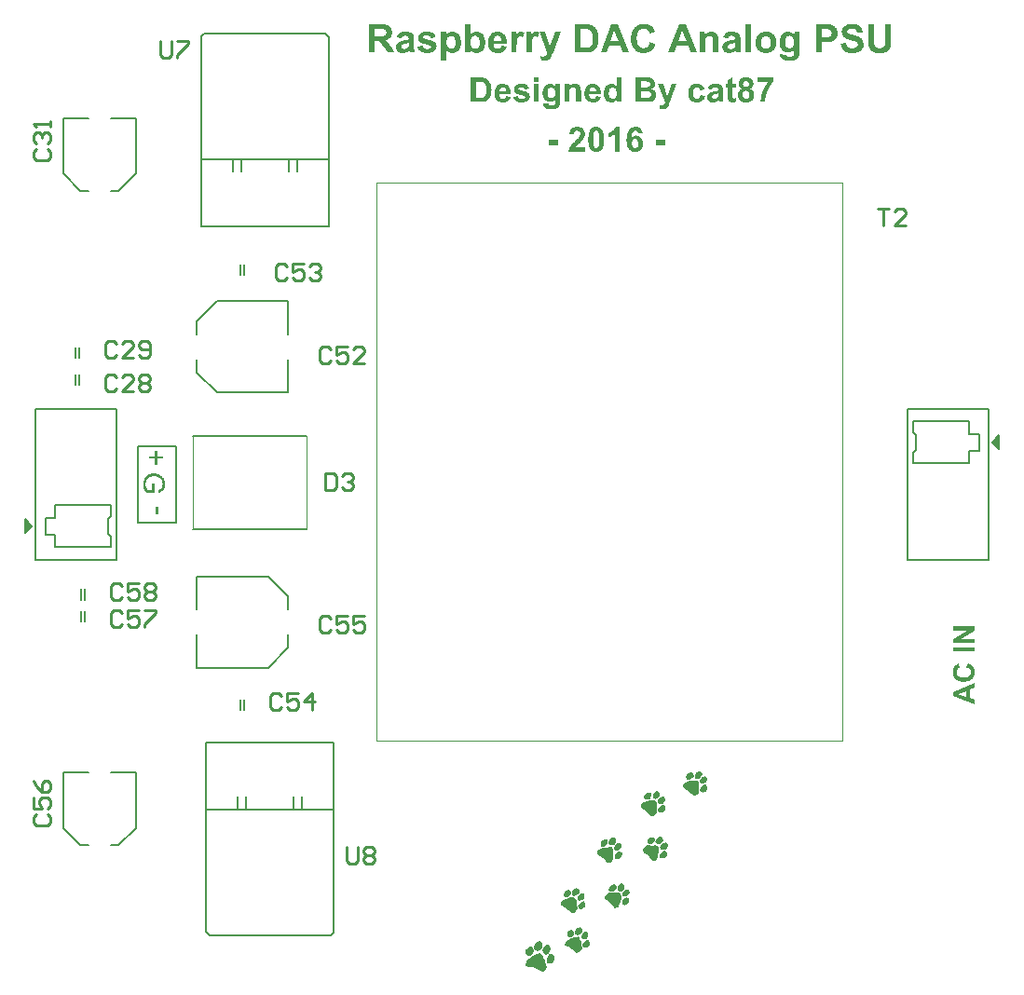
<source format=gto>
%FSLAX23Y23*%
%MOMM*%
%SFA1B1*%

%IPPOS*%
%ADD29C,0.200000*%
%ADD30C,0.100000*%
%ADD31C,0.127000*%
%ADD32C,0.253999*%
%LNanalogpsu-1*%
%LPD*%
G36*
X72614Y88645D02*
X72639D01*
X72665Y88638*
X72702Y88634*
X72739Y88623*
X72780Y88612*
X72825Y88593*
X72869Y88575*
X72917Y88549*
X72965Y88519*
X73014Y88486*
X73062Y88441*
X73106Y88397*
X73151Y88341*
Y88608*
X73610*
Y86938*
Y86934*
Y86923*
Y86908*
Y86886*
Y86856*
X73606Y86827*
X73602Y86756*
X73595Y86675*
X73588Y86593*
X73573Y86516*
X73565Y86482*
X73554Y86449*
X73551Y86442*
X73543Y86423*
X73532Y86393*
X73513Y86356*
X73491Y86316*
X73465Y86271*
X73436Y86231*
X73399Y86194*
X73395Y86190*
X73380Y86179*
X73358Y86160*
X73332Y86142*
X73295Y86119*
X73251Y86094*
X73199Y86071*
X73139Y86049*
X73132Y86045*
X73110Y86042*
X73076Y86031*
X73028Y86023*
X72965Y86012*
X72895Y86001*
X72814Y85997*
X72725Y85994*
X72680*
X72647Y85997*
X72610*
X72565Y86001*
X72517Y86008*
X72465Y86016*
X72354Y86034*
X72243Y86064*
X72191Y86082*
X72140Y86105*
X72095Y86127*
X72054Y86156*
X72051Y86160*
X72047Y86164*
X72025Y86186*
X71991Y86219*
X71958Y86268*
X71921Y86327*
X71888Y86397*
X71866Y86479*
X71862Y86523*
X71858Y86568*
Y86571*
Y86586*
Y86605*
X71862Y86627*
X72425Y86560*
Y86556*
X72428Y86545*
X72432Y86527*
X72436Y86508*
X72454Y86464*
X72469Y86442*
X72488Y86427*
X72491Y86423*
X72502Y86419*
X72517Y86408*
X72543Y86401*
X72573Y86390*
X72610Y86379*
X72654Y86375*
X72706Y86371*
X72739*
X72773Y86375*
X72814Y86379*
X72862Y86386*
X72910Y86397*
X72954Y86412*
X72995Y86431*
X72999Y86434*
X73006Y86438*
X73017Y86445*
X73032Y86460*
X73047Y86479*
X73062Y86501*
X73076Y86527*
X73091Y86556*
Y86560*
X73095Y86568*
X73099Y86582*
X73106Y86608*
X73110Y86638*
X73114Y86675*
X73117Y86723*
Y86779*
Y87049*
X73114Y87045*
X73106Y87038*
X73095Y87023*
X73076Y87001*
X73058Y86979*
X73032Y86953*
X72999Y86927*
X72965Y86901*
X72928Y86871*
X72884Y86845*
X72791Y86797*
X72739Y86779*
X72684Y86764*
X72625Y86753*
X72562Y86749*
X72547*
X72525Y86753*
X72499*
X72469Y86760*
X72432Y86768*
X72391Y86775*
X72347Y86790*
X72302Y86805*
X72254Y86827*
X72202Y86853*
X72154Y86882*
X72106Y86919*
X72058Y86960*
X72014Y87008*
X71969Y87064*
Y87067*
X71962Y87075*
X71954Y87090*
X71943Y87108*
X71928Y87134*
X71914Y87164*
X71899Y87197*
X71884Y87238*
X71869Y87279*
X71854Y87327*
X71840Y87379*
X71825Y87434*
X71806Y87553*
X71803Y87619*
X71799Y87686*
Y87690*
Y87708*
Y87730*
X71803Y87764*
X71806Y87801*
X71810Y87845*
X71817Y87897*
X71828Y87949*
X71854Y88067*
X71873Y88127*
X71891Y88186*
X71917Y88241*
X71947Y88301*
X71980Y88353*
X72021Y88401*
X72025Y88404*
X72032Y88412*
X72043Y88423*
X72062Y88441*
X72084Y88460*
X72110Y88478*
X72140Y88501*
X72177Y88527*
X72214Y88549*
X72258Y88571*
X72351Y88612*
X72406Y88627*
X72462Y88638*
X72521Y88645*
X72580Y88649*
X72595*
X72614Y88645*
G37*
G36*
X43724Y88390D02*
X43728Y88393D01*
X43735Y88401*
X43746Y88412*
X43765Y88430*
X43787Y88449*
X43813Y88471*
X43842Y88497*
X43876Y88519*
X43954Y88567*
X44046Y88608*
X44094Y88627*
X44150Y88638*
X44205Y88645*
X44261Y88649*
X44294*
X44317Y88645*
X44346Y88641*
X44379Y88634*
X44416Y88627*
X44461Y88619*
X44550Y88590*
X44594Y88567*
X44642Y88545*
X44691Y88515*
X44735Y88482*
X44779Y88445*
X44824Y88401*
X44828Y88397*
X44835Y88390*
X44846Y88375*
X44861Y88356*
X44876Y88330*
X44894Y88301*
X44916Y88264*
X44939Y88223*
X44957Y88175*
X44979Y88123*
X44998Y88064*
X45016Y88001*
X45028Y87934*
X45039Y87860*
X45046Y87782*
X45050Y87697*
Y87693*
Y87675*
Y87653*
X45046Y87619*
X45042Y87579*
X45039Y87534*
X45031Y87482*
X45020Y87427*
X44994Y87308*
X44976Y87249*
X44953Y87186*
X44928Y87127*
X44894Y87067*
X44861Y87016*
X44820Y86964*
X44816Y86960*
X44809Y86953*
X44798Y86942*
X44779Y86923*
X44757Y86905*
X44731Y86882*
X44702Y86860*
X44668Y86838*
X44628Y86812*
X44587Y86790*
X44491Y86749*
X44439Y86730*
X44387Y86719*
X44328Y86712*
X44268Y86708*
X44242*
X44209Y86712*
X44168Y86719*
X44120Y86727*
X44068Y86742*
X44013Y86760*
X43954Y86786*
X43946Y86790*
X43928Y86801*
X43898Y86819*
X43861Y86845*
X43820Y86879*
X43776Y86916*
X43731Y86964*
X43687Y87019*
Y86749*
X43231*
Y89312*
X43724*
Y88390*
G37*
G36*
X89499Y34204D02*
X88233Y33423D01*
X89499*
Y33065*
X87578*
Y33440*
X88872Y34234*
X87578*
Y34592*
X89499*
Y34204*
G37*
G36*
X61868Y82307D02*
X61765Y82029D01*
X61762Y82022*
X61755Y82006*
X61742Y81980*
X61729Y81948*
X61713Y81912*
X61694Y81877*
X61674Y81844*
X61655Y81812*
X61651Y81809*
X61645Y81799*
X61635Y81786*
X61622Y81766*
X61587Y81728*
X61538Y81689*
X61535Y81686*
X61525Y81682*
X61512Y81673*
X61493Y81663*
X61470Y81653*
X61444Y81640*
X61412Y81627*
X61376Y81617*
X61373*
X61360Y81614*
X61341Y81608*
X61311Y81605*
X61279Y81598*
X61243Y81592*
X61201Y81588*
X61137*
X61111Y81592*
X61081*
X61043Y81595*
X61004Y81601*
X60916Y81617*
X60877Y81954*
X60881*
X60894Y81951*
X60913Y81948*
X60939Y81945*
X60965Y81938*
X60997Y81935*
X61059Y81932*
X61085*
X61111Y81938*
X61143Y81945*
X61179Y81954*
X61214Y81970*
X61250Y81993*
X61279Y82022*
X61282Y82026*
X61292Y82038*
X61305Y82058*
X61321Y82084*
X61337Y82116*
X61357Y82155*
X61373Y82197*
X61389Y82246*
X60774Y83875*
X61230*
X61616Y82719*
X61998Y83875*
X62442*
X61868Y82307*
G37*
G36*
X89499Y32305D02*
X87578D01*
Y32693*
X89499*
Y32305*
G37*
G36*
X46216Y88645D02*
X46250Y88641D01*
X46290Y88634*
X46335Y88627*
X46383Y88615*
X46435Y88601*
X46487Y88582*
X46542Y88560*
X46598Y88530*
X46650Y88501*
X46701Y88464*
X46753Y88419*
X46798Y88371*
X46801Y88367*
X46809Y88360*
X46820Y88341*
X46835Y88319*
X46853Y88290*
X46872Y88256*
X46894Y88212*
X46916Y88164*
X46938Y88108*
X46961Y88045*
X46979Y87978*
X46998Y87901*
X47013Y87819*
X47024Y87730*
X47031Y87638*
Y87534*
X45802*
Y87530*
Y87523*
Y87512*
X45805Y87497*
X45809Y87460*
X45816Y87408*
X45831Y87356*
X45853Y87297*
X45879Y87242*
X45916Y87193*
X45920Y87190*
X45939Y87175*
X45961Y87156*
X45994Y87134*
X46035Y87112*
X46087Y87093*
X46142Y87079*
X46201Y87075*
X46220*
X46242Y87079*
X46268Y87082*
X46298Y87090*
X46331Y87101*
X46364Y87116*
X46394Y87138*
X46398Y87142*
X46409Y87149*
X46424Y87164*
X46438Y87186*
X46461Y87216*
X46479Y87249*
X46498Y87293*
X46516Y87342*
X47005Y87260*
Y87256*
X47001Y87249*
X46994Y87234*
X46987Y87216*
X46975Y87193*
X46964Y87167*
X46931Y87108*
X46890Y87042*
X46838Y86971*
X46776Y86908*
X46705Y86849*
X46701*
X46698Y86842*
X46683Y86838*
X46668Y86827*
X46650Y86816*
X46624Y86805*
X46598Y86793*
X46564Y86779*
X46490Y86753*
X46405Y86730*
X46305Y86716*
X46198Y86708*
X46176*
X46153Y86712*
X46120*
X46079Y86719*
X46031Y86727*
X45979Y86734*
X45927Y86749*
X45868Y86764*
X45809Y86786*
X45750Y86812*
X45690Y86842*
X45631Y86879*
X45576Y86919*
X45527Y86967*
X45479Y87023*
X45476Y87027*
X45472Y87034*
X45465Y87049*
X45450Y87067*
X45439Y87093*
X45424Y87123*
X45405Y87156*
X45390Y87197*
X45372Y87242*
X45357Y87290*
X45339Y87342*
X45328Y87401*
X45316Y87460*
X45305Y87523*
X45302Y87593*
X45298Y87664*
Y87667*
Y87682*
Y87708*
X45302Y87741*
X45305Y87779*
X45309Y87823*
X45316Y87871*
X45328Y87927*
X45357Y88041*
X45376Y88101*
X45398Y88164*
X45428Y88223*
X45461Y88278*
X45498Y88334*
X45539Y88386*
X45542Y88390*
X45550Y88397*
X45565Y88412*
X45583Y88427*
X45605Y88445*
X45635Y88467*
X45668Y88493*
X45705Y88519*
X45746Y88541*
X45794Y88567*
X45842Y88590*
X45898Y88608*
X45953Y88623*
X46016Y88638*
X46079Y88645*
X46146Y88649*
X46187*
X46216Y88645*
G37*
G36*
X59763Y84487D02*
X59828Y84484D01*
X59893Y84480*
X59954Y84474*
X60010Y84467*
X60016*
X60032Y84464*
X60055Y84458*
X60087Y84448*
X60123Y84435*
X60162Y84419*
X60204Y84399*
X60243Y84373*
X60246Y84370*
X60259Y84361*
X60278Y84344*
X60304Y84325*
X60330Y84296*
X60359Y84263*
X60388Y84228*
X60414Y84186*
X60418Y84179*
X60424Y84166*
X60437Y84140*
X60450Y84108*
X60463Y84069*
X60476Y84027*
X60482Y83975*
X60486Y83923*
Y83920*
Y83917*
Y83897*
X60482Y83868*
X60476Y83829*
X60463Y83784*
X60450Y83735*
X60427Y83687*
X60398Y83635*
X60395Y83629*
X60382Y83612*
X60362Y83590*
X60340Y83561*
X60307Y83531*
X60269Y83496*
X60223Y83467*
X60171Y83438*
X60175*
X60181Y83434*
X60191Y83431*
X60204Y83428*
X60243Y83412*
X60288Y83389*
X60337Y83363*
X60392Y83327*
X60440Y83285*
X60486Y83233*
X60489Y83227*
X60502Y83208*
X60521Y83178*
X60541Y83140*
X60560Y83088*
X60579Y83033*
X60592Y82968*
X60596Y82897*
Y82893*
Y82890*
Y82871*
X60592Y82842*
X60586Y82803*
X60579Y82757*
X60567Y82706*
X60547Y82654*
X60524Y82599*
X60521Y82592*
X60511Y82576*
X60495Y82550*
X60473Y82518*
X60447Y82479*
X60411Y82443*
X60375Y82404*
X60330Y82369*
X60324Y82366*
X60307Y82356*
X60282Y82340*
X60246Y82323*
X60201Y82304*
X60149Y82288*
X60090Y82272*
X60026Y82262*
X60013*
X60000Y82259*
X59967*
X59945Y82255*
X59883*
X59844Y82252*
X59747*
X59692Y82249*
X58721*
Y84490*
X59705*
X59763Y84487*
G37*
G36*
X49918Y82249D02*
X49488D01*
Y83875*
X49918*
Y82249*
G37*
G36*
X66036Y83907D02*
X66062D01*
X66127Y83901*
X66195Y83894*
X66266Y83881*
X66334Y83862*
X66363Y83852*
X66393Y83839*
X66396*
X66399Y83836*
X66415Y83826*
X66441Y83813*
X66470Y83794*
X66506Y83768*
X66538Y83739*
X66567Y83703*
X66593Y83667*
X66597Y83661*
X66603Y83648*
X66613Y83619*
X66616Y83603*
X66623Y83580*
X66629Y83557*
X66632Y83528*
X66639Y83496*
X66642Y83460*
X66645Y83421*
X66648Y83379*
X66652Y83334*
Y83282*
X66645Y82780*
Y82777*
Y82770*
Y82761*
Y82744*
Y82706*
X66648Y82660*
Y82608*
X66655Y82557*
X66658Y82505*
X66665Y82463*
Y82460*
X66668Y82447*
X66674Y82424*
X66681Y82398*
X66694Y82366*
X66707Y82330*
X66723Y82291*
X66742Y82249*
X66318*
Y82252*
X66315Y82255*
X66312Y82268*
X66305Y82281*
X66299Y82298*
X66292Y82320*
X66286Y82346*
X66276Y82375*
Y82379*
X66273Y82382*
X66270Y82395*
X66263Y82411*
X66260Y82424*
X66253Y82421*
X66240Y82408*
X66218Y82388*
X66189Y82366*
X66153Y82340*
X66114Y82311*
X66069Y82288*
X66023Y82265*
X66017Y82262*
X66001Y82259*
X65975Y82249*
X65942Y82239*
X65904Y82230*
X65858Y82223*
X65806Y82217*
X65755Y82213*
X65732*
X65713Y82217*
X65693*
X65667Y82220*
X65612Y82230*
X65547Y82246*
X65483Y82268*
X65418Y82301*
X65360Y82346*
Y82349*
X65353Y82353*
X65337Y82372*
X65314Y82401*
X65288Y82440*
X65262Y82489*
X65240Y82547*
X65223Y82615*
X65220Y82651*
X65217Y82689*
Y82696*
Y82712*
X65220Y82738*
X65227Y82770*
X65233Y82809*
X65243Y82848*
X65259Y82890*
X65282Y82932*
X65285Y82939*
X65295Y82952*
X65308Y82971*
X65330Y82994*
X65353Y83020*
X65385Y83049*
X65421Y83075*
X65463Y83097*
X65470Y83101*
X65486Y83107*
X65512Y83117*
X65551Y83133*
X65599Y83149*
X65657Y83165*
X65729Y83182*
X65806Y83198*
X65810*
X65819Y83201*
X65836Y83204*
X65855Y83208*
X65881Y83211*
X65910Y83217*
X65975Y83233*
X66043Y83250*
X66114Y83266*
X66176Y83285*
X66205Y83295*
X66227Y83305*
Y83347*
Y83353*
Y83366*
X66224Y83389*
X66221Y83418*
X66211Y83447*
X66202Y83476*
X66185Y83502*
X66163Y83525*
X66159Y83528*
X66150Y83535*
X66134Y83541*
X66111Y83554*
X66078Y83564*
X66040Y83570*
X65991Y83577*
X65933Y83580*
X65913*
X65894Y83577*
X65868Y83574*
X65839Y83567*
X65806Y83561*
X65777Y83548*
X65751Y83531*
X65748Y83528*
X65742Y83522*
X65729Y83512*
X65716Y83496*
X65696Y83473*
X65680Y83444*
X65664Y83412*
X65648Y83373*
X65262Y83444*
Y83447*
X65266Y83454*
X65269Y83467*
X65275Y83483*
X65282Y83502*
X65292Y83525*
X65314Y83577*
X65347Y83632*
X65385Y83690*
X65431Y83745*
X65486Y83794*
X65489*
X65492Y83800*
X65502Y83803*
X65515Y83813*
X65534Y83820*
X65554Y83829*
X65580Y83842*
X65606Y83852*
X65638Y83862*
X65674Y83875*
X65713Y83884*
X65758Y83891*
X65803Y83901*
X65855Y83904*
X65907Y83910*
X66014*
X66036Y83907*
G37*
G36*
X70632Y88645D02*
X70669Y88641D01*
X70710Y88634*
X70758Y88627*
X70806Y88615*
X70862Y88601*
X70917Y88582*
X70973Y88560*
X71032Y88534*
X71091Y88501*
X71147Y88464*
X71203Y88423*
X71254Y88375*
X71258Y88371*
X71266Y88364*
X71280Y88345*
X71295Y88327*
X71317Y88297*
X71340Y88267*
X71366Y88227*
X71391Y88186*
X71414Y88138*
X71440Y88086*
X71462Y88027*
X71484Y87967*
X71499Y87901*
X71514Y87834*
X71521Y87760*
X71525Y87682*
Y87679*
Y87664*
Y87642*
X71521Y87612*
X71517Y87575*
X71510Y87534*
X71503Y87486*
X71491Y87438*
X71477Y87382*
X71458Y87327*
X71436Y87267*
X71410Y87208*
X71377Y87149*
X71340Y87093*
X71299Y87038*
X71251Y86982*
X71247Y86979*
X71240Y86971*
X71225Y86956*
X71203Y86938*
X71177Y86919*
X71143Y86897*
X71106Y86871*
X71066Y86845*
X71017Y86819*
X70966Y86793*
X70910Y86771*
X70847Y86753*
X70784Y86734*
X70714Y86719*
X70643Y86712*
X70566Y86708*
X70540*
X70521Y86712*
X70499*
X70473Y86716*
X70410Y86723*
X70332Y86738*
X70251Y86756*
X70166Y86786*
X70077Y86823*
X70073*
X70066Y86827*
X70055Y86834*
X70040Y86845*
X69999Y86871*
X69947Y86908*
X69892Y86956*
X69832Y87016*
X69777Y87082*
X69725Y87160*
Y87164*
X69721Y87171*
X69714Y87182*
X69706Y87201*
X69699Y87223*
X69688Y87249*
X69677Y87279*
X69666Y87312*
X69655Y87349*
X69644Y87390*
X69625Y87482*
X69610Y87590*
X69606Y87704*
Y87708*
Y87716*
Y87730*
X69610Y87745*
Y87767*
X69614Y87793*
X69621Y87856*
X69636Y87927*
X69658Y88004*
X69684Y88090*
X69725Y88175*
Y88178*
X69732Y88186*
X69736Y88197*
X69747Y88212*
X69777Y88253*
X69814Y88304*
X69862Y88360*
X69921Y88419*
X69988Y88475*
X70066Y88527*
X70069*
X70077Y88530*
X70088Y88538*
X70106Y88545*
X70125Y88556*
X70151Y88564*
X70180Y88575*
X70210Y88590*
X70284Y88612*
X70369Y88630*
X70462Y88645*
X70562Y88649*
X70603*
X70632Y88645*
G37*
G36*
X71237Y84150D02*
X71234Y84147D01*
X71228Y84140*
X71218Y84131*
X71205Y84118*
X71189Y84098*
X71169Y84076*
X71147Y84050*
X71121Y84017*
X71095Y83982*
X71066Y83943*
X71033Y83901*
X71001Y83855*
X70969Y83803*
X70936Y83752*
X70901Y83693*
X70865Y83632*
X70862Y83629*
X70855Y83616*
X70846Y83599*
X70833Y83574*
X70820Y83544*
X70800Y83506*
X70781Y83463*
X70758Y83418*
X70735Y83366*
X70713Y83311*
X70687Y83253*
X70664Y83191*
X70619Y83059*
X70577Y82919*
Y82916*
X70573Y82903*
X70567Y82884*
X70561Y82855*
X70554Y82822*
X70548Y82787*
X70538Y82741*
X70528Y82696*
X70518Y82644*
X70512Y82592*
X70496Y82479*
X70486Y82362*
X70483Y82249*
X70068*
Y82255*
Y82268*
X70072Y82294*
Y82330*
X70075Y82372*
X70081Y82421*
X70088Y82479*
X70097Y82540*
X70107Y82608*
X70120Y82683*
X70136Y82761*
X70152Y82845*
X70175Y82929*
X70198Y83017*
X70227Y83104*
X70259Y83195*
X70263Y83201*
X70269Y83217*
X70279Y83243*
X70292Y83276*
X70311Y83318*
X70334Y83370*
X70360Y83425*
X70389Y83486*
X70421Y83551*
X70457Y83619*
X70496Y83693*
X70541Y83765*
X70635Y83917*
X70742Y84063*
X69767*
Y84461*
X71237*
Y84150*
G37*
G36*
X88924Y31233D02*
X88941Y31227D01*
X88963Y31219*
X88988Y31208*
X89019Y31197*
X89052Y31183*
X89088Y31166*
X89163Y31128*
X89241Y31078*
X89316Y31016*
X89349Y30983*
X89380Y30947*
X89382Y30944*
X89385Y30939*
X89394Y30928*
X89405Y30911*
X89416Y30892*
X89427Y30867*
X89441Y30839*
X89455Y30808*
X89471Y30772*
X89485Y30733*
X89496Y30692*
X89507Y30647*
X89518Y30600*
X89527Y30547*
X89530Y30495*
X89532Y30436*
Y30431*
Y30420*
X89530Y30400*
X89527Y30372*
X89524Y30342*
X89518Y30303*
X89510Y30261*
X89499Y30214*
X89485Y30167*
X89468Y30117*
X89446Y30064*
X89421Y30011*
X89394Y29959*
X89357Y29906*
X89319Y29856*
X89271Y29809*
X89269Y29806*
X89260Y29798*
X89244Y29787*
X89224Y29770*
X89196Y29753*
X89166Y29731*
X89127Y29709*
X89083Y29687*
X89035Y29664*
X88983Y29642*
X88922Y29620*
X88858Y29603*
X88791Y29587*
X88716Y29576*
X88638Y29567*
X88555Y29565*
X88533*
X88508Y29567*
X88475*
X88436Y29573*
X88389Y29578*
X88339Y29584*
X88280Y29595*
X88222Y29609*
X88161Y29626*
X88100Y29645*
X88036Y29670*
X87975Y29698*
X87917Y29731*
X87861Y29767*
X87808Y29812*
X87806Y29814*
X87797Y29823*
X87783Y29837*
X87767Y29856*
X87747Y29881*
X87725Y29912*
X87700Y29945*
X87675Y29986*
X87650Y30031*
X87625Y30078*
X87603Y30134*
X87583Y30189*
X87567Y30253*
X87553Y30317*
X87545Y30389*
X87542Y30461*
Y30464*
Y30478*
Y30495*
X87545Y30520*
X87547Y30550*
X87553Y30583*
X87558Y30622*
X87567Y30664*
X87578Y30708*
X87592Y30756*
X87608Y30803*
X87631Y30853*
X87653Y30900*
X87681Y30944*
X87714Y30991*
X87750Y31033*
Y31036*
X87756Y31039*
X87764Y31047*
X87772Y31055*
X87786Y31066*
X87803Y31078*
X87842Y31108*
X87892Y31139*
X87953Y31172*
X88022Y31202*
X88103Y31230*
X88194Y30847*
X88191*
X88189Y30844*
X88180*
X88169Y30839*
X88144Y30830*
X88111Y30817*
X88072Y30797*
X88033Y30772*
X87994Y30739*
X87961Y30703*
X87958Y30697*
X87947Y30683*
X87933Y30661*
X87917Y30631*
X87900Y30592*
X87886Y30547*
X87875Y30497*
X87872Y30442*
Y30439*
Y30433*
Y30422*
X87875Y30406*
X87878Y30389*
X87880Y30367*
X87892Y30320*
X87911Y30264*
X87939Y30206*
X87955Y30175*
X87975Y30148*
X88000Y30120*
X88028Y30095*
X88030*
X88036Y30089*
X88044Y30084*
X88058Y30075*
X88075Y30064*
X88094Y30053*
X88119Y30042*
X88147Y30031*
X88180Y30017*
X88216Y30006*
X88258Y29995*
X88302Y29984*
X88352Y29975*
X88405Y29970*
X88463Y29967*
X88527Y29964*
X88563*
X88586Y29967*
X88616*
X88652Y29973*
X88688Y29975*
X88730Y29981*
X88816Y29998*
X88902Y30020*
X88944Y30034*
X88983Y30053*
X89019Y30073*
X89049Y30095*
X89052Y30098*
X89055Y30100*
X89063Y30109*
X89074Y30120*
X89096Y30148*
X89124Y30186*
X89155Y30234*
X89177Y30292*
X89196Y30359*
X89199Y30395*
X89202Y30433*
Y30436*
Y30439*
Y30447*
X89199Y30458*
X89196Y30489*
X89191Y30525*
X89177Y30564*
X89160Y30608*
X89138Y30653*
X89105Y30697*
X89099Y30703*
X89085Y30717*
X89063Y30736*
X89030Y30758*
X88985Y30786*
X88933Y30811*
X88869Y30836*
X88794Y30858*
X88910Y31236*
X88913*
X88924Y31233*
G37*
G36*
X55190Y80000D02*
X55216Y79997D01*
X55248Y79990*
X55280Y79984*
X55319Y79974*
X55361Y79961*
X55400Y79945*
X55442Y79929*
X55484Y79906*
X55526Y79877*
X55569Y79848*
X55607Y79812*
X55643Y79770*
X55646Y79767*
X55653Y79757*
X55663Y79741*
X55679Y79718*
X55695Y79686*
X55714Y79647*
X55734Y79605*
X55753Y79550*
X55773Y79491*
X55795Y79423*
X55811Y79349*
X55828Y79265*
X55844Y79174*
X55854Y79077*
X55860Y78970*
X55863Y78853*
Y78850*
Y78847*
Y78837*
Y78824*
Y78792*
X55860Y78750*
X55857Y78698*
X55850Y78636*
X55844Y78572*
X55837Y78500*
X55824Y78426*
X55808Y78348*
X55792Y78274*
X55769Y78199*
X55747Y78125*
X55714Y78057*
X55682Y77992*
X55643Y77937*
X55640Y77934*
X55633Y77927*
X55624Y77914*
X55611Y77901*
X55591Y77885*
X55569Y77866*
X55539Y77843*
X55510Y77823*
X55475Y77801*
X55439Y77778*
X55397Y77759*
X55352Y77743*
X55303Y77730*
X55248Y77717*
X55193Y77710*
X55135Y77707*
X55122*
X55102Y77710*
X55080*
X55054Y77713*
X55021Y77720*
X54986Y77726*
X54947Y77739*
X54905Y77752*
X54863Y77768*
X54817Y77788*
X54775Y77814*
X54730Y77840*
X54688Y77875*
X54646Y77911*
X54607Y77956*
X54604Y77960*
X54597Y77969*
X54587Y77985*
X54578Y78005*
X54561Y78034*
X54545Y78070*
X54526Y78115*
X54510Y78164*
X54490Y78222*
X54471Y78287*
X54455Y78361*
X54442Y78442*
X54429Y78533*
X54419Y78633*
X54412Y78740*
X54409Y78857*
Y78860*
Y78863*
Y78873*
Y78886*
Y78918*
X54412Y78960*
X54416Y79012*
X54422Y79074*
X54429Y79138*
X54435Y79210*
X54448Y79284*
X54461Y79359*
X54480Y79436*
X54500Y79511*
X54526Y79582*
X54555Y79650*
X54587Y79715*
X54626Y79770*
X54629Y79773*
X54636Y79780*
X54646Y79792*
X54662Y79805*
X54678Y79825*
X54701Y79844*
X54730Y79864*
X54759Y79886*
X54795Y79909*
X54830Y79929*
X54872Y79948*
X54918Y79967*
X54966Y79980*
X55021Y79993*
X55076Y80000*
X55135Y80003*
X55167*
X55190Y80000*
G37*
G36*
X49918Y84092D02*
X49488D01*
Y84490*
X49918*
Y84092*
G37*
G36*
X53460Y80000D02*
X53489Y79997D01*
X53522Y79993*
X53557Y79987*
X53596Y79980*
X53681Y79958*
X53765Y79925*
X53810Y79906*
X53849Y79883*
X53891Y79854*
X53927Y79822*
X53930Y79818*
X53936Y79815*
X53943Y79802*
X53956Y79789*
X53972Y79773*
X53988Y79750*
X54004Y79728*
X54024Y79699*
X54056Y79634*
X54089Y79559*
X54102Y79517*
X54108Y79472*
X54115Y79423*
X54118Y79375*
Y79368*
Y79349*
X54115Y79320*
X54111Y79284*
X54105Y79239*
X54095Y79190*
X54082Y79138*
X54063Y79087*
X54059Y79080*
X54053Y79064*
X54040Y79035*
X54021Y78999*
X53998Y78957*
X53969Y78908*
X53933Y78857*
X53891Y78802*
X53888Y78798*
X53875Y78782*
X53855Y78759*
X53826Y78727*
X53787Y78688*
X53739Y78636*
X53681Y78581*
X53609Y78513*
X53606Y78510*
X53600Y78507*
X53590Y78497*
X53577Y78484*
X53541Y78452*
X53499Y78413*
X53457Y78371*
X53415Y78329*
X53376Y78293*
X53363Y78277*
X53350Y78264*
X53347Y78261*
X53340Y78254*
X53331Y78241*
X53318Y78225*
X53289Y78189*
X53263Y78147*
X54118*
Y77749*
X52612*
Y77752*
Y77759*
X52615Y77772*
X52618Y77788*
X52622Y77807*
X52625Y77830*
X52638Y77888*
X52657Y77953*
X52683Y78024*
X52715Y78102*
X52758Y78176*
Y78180*
X52764Y78186*
X52771Y78199*
X52783Y78212*
X52796Y78235*
X52816Y78257*
X52839Y78287*
X52864Y78319*
X52894Y78358*
X52929Y78397*
X52968Y78442*
X53013Y78491*
X53062Y78539*
X53117Y78594*
X53175Y78653*
X53240Y78714*
X53243Y78717*
X53253Y78727*
X53266Y78740*
X53285Y78759*
X53311Y78779*
X53337Y78805*
X53396Y78863*
X53454Y78925*
X53512Y78986*
X53538Y79012*
X53564Y79041*
X53583Y79064*
X53596Y79083*
X53600Y79090*
X53609Y79106*
X53625Y79132*
X53642Y79167*
X53658Y79206*
X53674Y79252*
X53684Y79297*
X53687Y79346*
Y79349*
Y79352*
Y79368*
X53684Y79397*
X53677Y79430*
X53668Y79465*
X53655Y79501*
X53635Y79537*
X53609Y79569*
X53606Y79572*
X53596Y79582*
X53577Y79595*
X53554Y79608*
X53522Y79621*
X53486Y79634*
X53444Y79644*
X53396Y79647*
X53373*
X53347Y79644*
X53318Y79637*
X53282Y79627*
X53247Y79611*
X53211Y79592*
X53179Y79566*
X53175Y79563*
X53166Y79550*
X53153Y79530*
X53140Y79501*
X53124Y79465*
X53111Y79417*
X53098Y79362*
X53091Y79297*
X52664Y79339*
Y79342*
X52667Y79355*
Y79371*
X52673Y79397*
X52677Y79427*
X52686Y79459*
X52696Y79495*
X52706Y79537*
X52738Y79618*
X52777Y79702*
X52803Y79744*
X52832Y79783*
X52864Y79815*
X52900Y79848*
X52903Y79851*
X52910Y79854*
X52919Y79861*
X52936Y79873*
X52955Y79883*
X52981Y79896*
X53007Y79912*
X53039Y79925*
X53075Y79941*
X53114Y79954*
X53198Y79980*
X53298Y79997*
X53350Y80000*
X53405Y80003*
X53438*
X53460Y80000*
G37*
G36*
X14996Y48496D02*
X15021D01*
X15051Y48493*
X15082Y48488*
X15118Y48485*
X15157Y48477*
X15198Y48471*
X15287Y48449*
X15379Y48421*
X15470Y48382*
X15473Y48380*
X15482Y48377*
X15493Y48371*
X15509Y48360*
X15531Y48349*
X15554Y48335*
X15606Y48296*
X15668Y48249*
X15726Y48191*
X15784Y48124*
X15809Y48085*
X15834Y48046*
X15837Y48044*
X15840Y48035*
X15845Y48024*
X15854Y48008*
X15862Y47985*
X15873Y47960*
X15884Y47933*
X15895Y47899*
X15906Y47863*
X15915Y47824*
X15926Y47783*
X15934Y47738*
X15948Y47641*
X15953Y47591*
Y47538*
Y47536*
Y47530*
Y47519*
Y47502*
X15951Y47486*
Y47463*
X15945Y47411*
X15937Y47352*
X15923Y47291*
X15906Y47225*
X15884Y47161*
Y47158*
X15881Y47153*
X15879Y47144*
X15873Y47133*
X15856Y47103*
X15837Y47064*
X15809Y47022*
X15776Y46978*
X15740Y46936*
X15695Y46897*
X15690Y46892*
X15673Y46880*
X15648Y46864*
X15612Y46842*
X15568Y46819*
X15512Y46794*
X15451Y46769*
X15382Y46750*
X15320Y46980*
X15323*
X15326Y46983*
X15334Y46986*
X15345Y46989*
X15370Y46997*
X15404Y47008*
X15443Y47025*
X15479Y47044*
X15518Y47064*
X15551Y47089*
X15554Y47091*
X15565Y47100*
X15579Y47116*
X15598Y47136*
X15620Y47161*
X15643Y47194*
X15665Y47230*
X15684Y47272*
X15687Y47277*
X15692Y47291*
X15701Y47316*
X15712Y47350*
X15720Y47389*
X15729Y47433*
X15734Y47483*
X15737Y47536*
Y47538*
Y47544*
Y47552*
Y47566*
X15734Y47580*
Y47597*
X15731Y47638*
X15723Y47686*
X15715Y47738*
X15701Y47788*
X15681Y47838*
X15679Y47844*
X15673Y47860*
X15659Y47883*
X15645Y47910*
X15623Y47944*
X15601Y47980*
X15573Y48013*
X15543Y48044*
X15540Y48046*
X15529Y48058*
X15509Y48071*
X15487Y48088*
X15459Y48108*
X15426Y48127*
X15390Y48146*
X15351Y48166*
X15348*
X15343Y48169*
X15334Y48171*
X15320Y48177*
X15304Y48183*
X15284Y48188*
X15262Y48196*
X15237Y48202*
X15179Y48216*
X15112Y48227*
X15043Y48235*
X14965Y48238*
X14940*
X14923Y48235*
X14901*
X14874Y48232*
X14846Y48230*
X14815Y48227*
X14746Y48216*
X14674Y48202*
X14601Y48180*
X14532Y48152*
X14529*
X14524Y48146*
X14515Y48144*
X14504Y48135*
X14474Y48116*
X14435Y48085*
X14393Y48049*
X14352Y48005*
X14313Y47952*
X14277Y47894*
Y47891*
X14274Y47885*
X14268Y47877*
X14263Y47863*
X14257Y47849*
X14252Y47830*
X14235Y47786*
X14221Y47730*
X14207Y47669*
X14196Y47602*
X14193Y47533*
Y47530*
Y47525*
Y47516*
Y47505*
X14196Y47488*
Y47472*
X14202Y47430*
X14207Y47380*
X14218Y47327*
X14235Y47269*
X14254Y47211*
Y47208*
X14257Y47202*
X14260Y47197*
X14266Y47186*
X14279Y47155*
X14296Y47122*
X14315Y47083*
X14338Y47041*
X14363Y47003*
X14390Y46969*
X14751*
Y47536*
X14979*
Y46719*
X14266*
X14263Y46722*
X14260Y46728*
X14252Y46739*
X14241Y46753*
X14229Y46769*
X14216Y46789*
X14199Y46814*
X14182Y46839*
X14146Y46897*
X14107Y46964*
X14071Y47033*
X14041Y47108*
Y47111*
X14038Y47116*
X14035Y47128*
X14030Y47141*
X14024Y47161*
X14016Y47183*
X14010Y47208*
X14005Y47233*
X13991Y47294*
X13977Y47364*
X13968Y47438*
X13966Y47516*
Y47519*
Y47530*
Y47544*
X13968Y47563*
Y47588*
X13971Y47619*
X13977Y47652*
X13980Y47688*
X13996Y47769*
X14016Y47855*
X14046Y47944*
X14063Y47988*
X14085Y48033*
X14088Y48035*
X14091Y48044*
X14099Y48055*
X14107Y48071*
X14121Y48091*
X14135Y48110*
X14174Y48163*
X14224Y48219*
X14285Y48277*
X14354Y48332*
X14435Y48382*
X14438*
X14446Y48388*
X14457Y48394*
X14477Y48402*
X14496Y48410*
X14524Y48418*
X14551Y48430*
X14585Y48441*
X14621Y48452*
X14663Y48463*
X14704Y48471*
X14749Y48480*
X14846Y48493*
X14948Y48499*
X14976*
X14996Y48496*
G37*
G36*
X57249Y77749D02*
X56819D01*
Y79371*
X56815Y79368*
X56809Y79362*
X56796Y79352*
X56777Y79336*
X56754Y79316*
X56728Y79297*
X56696Y79274*
X56660Y79248*
X56621Y79223*
X56579Y79197*
X56534Y79167*
X56485Y79142*
X56381Y79093*
X56265Y79048*
Y79436*
X56268*
X56271Y79439*
X56281Y79443*
X56294Y79446*
X56326Y79462*
X56372Y79482*
X56427Y79507*
X56488Y79543*
X56556Y79588*
X56628Y79640*
X56631Y79644*
X56637Y79647*
X56647Y79656*
X56660Y79669*
X56696Y79702*
X56734Y79744*
X56780Y79796*
X56825Y79861*
X56867Y79929*
X56900Y80003*
X57249*
Y77749*
G37*
G36*
X57422Y82249D02*
X57024D01*
Y82485*
X57020Y82479*
X57007Y82463*
X56985Y82437*
X56956Y82408*
X56923Y82375*
X56881Y82340*
X56836Y82307*
X56787Y82278*
X56781Y82275*
X56765Y82268*
X56735Y82259*
X56703Y82246*
X56661Y82233*
X56612Y82223*
X56564Y82217*
X56512Y82213*
X56486*
X56467Y82217*
X56441Y82220*
X56415Y82226*
X56382Y82233*
X56347Y82243*
X56311Y82252*
X56272Y82268*
X56233Y82285*
X56191Y82307*
X56152Y82333*
X56110Y82362*
X56071Y82398*
X56033Y82437*
X56029Y82440*
X56023Y82447*
X56013Y82460*
X56003Y82479*
X55987Y82502*
X55971Y82531*
X55952Y82563*
X55935Y82602*
X55916Y82644*
X55897Y82689*
X55880Y82741*
X55867Y82796*
X55855Y82858*
X55845Y82923*
X55838Y82991*
X55835Y83065*
Y83068*
Y83085*
Y83104*
X55838Y83133*
X55842Y83169*
X55845Y83208*
X55851Y83253*
X55858Y83298*
X55880Y83402*
X55897Y83454*
X55916Y83506*
X55939Y83557*
X55965Y83606*
X55994Y83651*
X56026Y83693*
X56029Y83697*
X56036Y83703*
X56046Y83713*
X56062Y83729*
X56081Y83745*
X56104Y83761*
X56130Y83781*
X56162Y83803*
X56195Y83823*
X56233Y83842*
X56314Y83878*
X56363Y83891*
X56412Y83901*
X56463Y83907*
X56518Y83910*
X56544*
X56564Y83907*
X56586Y83904*
X56616Y83897*
X56645Y83891*
X56680Y83881*
X56716Y83871*
X56755Y83855*
X56794Y83836*
X56833Y83816*
X56875Y83787*
X56914Y83758*
X56952Y83723*
X56991Y83684*
Y84490*
X57422*
Y82249*
G37*
G36*
X48419Y83907D02*
X48451Y83904D01*
X48487Y83901*
X48526Y83897*
X48607Y83884*
X48688Y83865*
X48765Y83836*
X48801Y83820*
X48833Y83800*
X48837*
X48840Y83794*
X48859Y83781*
X48888Y83755*
X48921Y83719*
X48960Y83677*
X48995Y83622*
X49031Y83557*
X49057Y83483*
X48652Y83408*
Y83412*
X48646Y83425*
X48639Y83441*
X48629Y83460*
X48616Y83486*
X48597Y83509*
X48578Y83531*
X48552Y83551*
X48548Y83554*
X48539Y83561*
X48523Y83567*
X48500Y83577*
X48471Y83587*
X48435Y83596*
X48393Y83599*
X48344Y83603*
X48315*
X48286Y83599*
X48251Y83596*
X48208Y83590*
X48170Y83583*
X48134Y83570*
X48102Y83554*
X48098*
X48095Y83548*
X48079Y83531*
X48059Y83502*
X48056Y83486*
X48053Y83467*
Y83463*
Y83460*
X48059Y83441*
X48072Y83415*
X48082Y83402*
X48095Y83389*
X48098Y83386*
X48111Y83382*
X48118Y83376*
X48131Y83373*
X48147Y83366*
X48166Y83357*
X48192Y83350*
X48218Y83340*
X48251Y83331*
X48289Y83321*
X48331Y83308*
X48380Y83295*
X48435Y83282*
X48497Y83266*
X48500*
X48513Y83263*
X48529Y83259*
X48552Y83253*
X48581Y83243*
X48613Y83237*
X48684Y83214*
X48765Y83185*
X48843Y83153*
X48882Y83133*
X48918Y83117*
X48947Y83094*
X48976Y83075*
X48982Y83068*
X48999Y83055*
X49018Y83029*
X49044Y82994*
X49070Y82949*
X49089Y82893*
X49105Y82829*
X49112Y82757*
Y82754*
Y82748*
Y82735*
X49109Y82719*
X49105Y82702*
X49102Y82680*
X49089Y82625*
X49067Y82566*
X49050Y82534*
X49034Y82502*
X49012Y82469*
X48986Y82437*
X48957Y82404*
X48924Y82372*
X48921Y82369*
X48914Y82366*
X48905Y82359*
X48888Y82346*
X48869Y82336*
X48846Y82323*
X48817Y82307*
X48785Y82294*
X48749Y82278*
X48707Y82265*
X48662Y82249*
X48613Y82239*
X48558Y82230*
X48500Y82220*
X48438Y82217*
X48374Y82213*
X48341*
X48319Y82217*
X48289*
X48257Y82220*
X48221Y82223*
X48183Y82230*
X48098Y82246*
X48011Y82268*
X47923Y82301*
X47885Y82323*
X47846Y82346*
X47842Y82349*
X47836Y82353*
X47826Y82359*
X47817Y82372*
X47781Y82401*
X47742Y82443*
X47700Y82495*
X47661Y82557*
X47625Y82631*
X47596Y82712*
X48027Y82777*
Y82770*
X48034Y82757*
X48040Y82735*
X48050Y82706*
X48066Y82673*
X48085Y82644*
X48108Y82612*
X48137Y82586*
X48140Y82583*
X48153Y82576*
X48173Y82566*
X48199Y82557*
X48231Y82544*
X48273Y82534*
X48319Y82528*
X48374Y82524*
X48399*
X48432Y82528*
X48467Y82531*
X48506Y82537*
X48548Y82550*
X48587Y82563*
X48623Y82583*
X48626Y82586*
X48633Y82592*
X48642Y82602*
X48652Y82615*
X48662Y82631*
X48672Y82651*
X48678Y82673*
X48681Y82699*
Y82702*
Y82709*
X48678Y82728*
X48668Y82754*
X48649Y82780*
X48642Y82787*
X48633Y82790*
X48620Y82800*
X48600Y82806*
X48574Y82816*
X48545Y82825*
X48506Y82835*
X48500*
X48484Y82842*
X48458Y82848*
X48422Y82855*
X48380Y82864*
X48335Y82877*
X48283Y82890*
X48228Y82906*
X48115Y82939*
X48059Y82955*
X48008Y82974*
X47959Y82991*
X47914Y83010*
X47875Y83029*
X47846Y83046*
X47842Y83049*
X47836Y83052*
X47830Y83059*
X47817Y83072*
X47784Y83101*
X47752Y83143*
X47716Y83195*
X47684Y83256*
X47671Y83292*
X47664Y83331*
X47658Y83370*
X47655Y83412*
Y83415*
Y83421*
Y83431*
X47658Y83447*
X47661Y83463*
X47664Y83486*
X47674Y83535*
X47693Y83590*
X47726Y83648*
X47742Y83680*
X47765Y83710*
X47791Y83739*
X47820Y83765*
X47823Y83768*
X47826Y83771*
X47836Y83778*
X47852Y83787*
X47868Y83797*
X47891Y83810*
X47917Y83823*
X47946Y83839*
X47982Y83852*
X48021Y83865*
X48063Y83878*
X48108Y83888*
X48160Y83897*
X48215Y83904*
X48273Y83910*
X48393*
X48419Y83907*
G37*
G36*
X64326D02*
X64352D01*
X64381Y83904*
X64414Y83901*
X64449Y83894*
X64524Y83878*
X64602Y83855*
X64679Y83823*
X64751Y83781*
X64754*
X64757Y83774*
X64767Y83768*
X64780Y83758*
X64809Y83729*
X64848Y83687*
X64890Y83632*
X64932Y83567*
X64971Y83489*
X65003Y83399*
X64579Y83321*
Y83327*
X64576Y83340*
X64569Y83363*
X64560Y83392*
X64543Y83421*
X64527Y83454*
X64505Y83483*
X64479Y83509*
X64475Y83512*
X64466Y83518*
X64449Y83528*
X64427Y83541*
X64398Y83554*
X64365Y83564*
X64326Y83570*
X64284Y83574*
X64278*
X64258Y83570*
X64229Y83567*
X64190Y83561*
X64152Y83544*
X64109Y83525*
X64067Y83499*
X64028Y83460*
X64025Y83454*
X64016Y83438*
X63999Y83412*
X63983Y83373*
X63964Y83321*
X63957Y83292*
X63951Y83259*
X63944Y83221*
X63938Y83182*
X63935Y83136*
Y83091*
Y83088*
Y83078*
Y83062*
X63938Y83042*
Y83020*
X63941Y82994*
X63948Y82929*
X63957Y82861*
X63977Y82793*
X63999Y82732*
X64016Y82706*
X64032Y82680*
X64035Y82673*
X64051Y82660*
X64071Y82644*
X64100Y82621*
X64139Y82599*
X64181Y82583*
X64233Y82570*
X64291Y82563*
X64310*
X64333Y82566*
X64362Y82573*
X64394Y82579*
X64427Y82592*
X64459Y82608*
X64492Y82631*
X64495Y82634*
X64505Y82644*
X64518Y82660*
X64537Y82686*
X64556Y82719*
X64573Y82761*
X64592Y82812*
X64605Y82871*
X65026Y82800*
Y82796*
X65023Y82787*
X65019Y82770*
X65013Y82751*
X65003Y82728*
X64994Y82699*
X64968Y82634*
X64935Y82563*
X64890Y82492*
X64835Y82421*
X64802Y82388*
X64770Y82359*
X64767*
X64760Y82353*
X64751Y82346*
X64738Y82336*
X64718Y82327*
X64696Y82314*
X64670Y82301*
X64637Y82288*
X64605Y82272*
X64566Y82259*
X64527Y82246*
X64482Y82236*
X64433Y82226*
X64381Y82220*
X64330Y82217*
X64271Y82213*
X64236*
X64213Y82217*
X64184Y82220*
X64148Y82226*
X64109Y82233*
X64067Y82243*
X64022Y82252*
X63977Y82268*
X63928Y82285*
X63883Y82307*
X63834Y82333*
X63789Y82362*
X63747Y82398*
X63705Y82437*
X63701Y82440*
X63695Y82447*
X63685Y82460*
X63672Y82479*
X63656Y82502*
X63637Y82528*
X63620Y82560*
X63601Y82599*
X63578Y82641*
X63562Y82686*
X63543Y82738*
X63527Y82793*
X63514Y82855*
X63504Y82916*
X63497Y82987*
X63494Y83059*
Y83062*
Y83075*
Y83097*
X63497Y83123*
X63501Y83159*
X63504Y83198*
X63510Y83240*
X63520Y83289*
X63546Y83389*
X63562Y83441*
X63582Y83493*
X63607Y83544*
X63637Y83593*
X63669Y83638*
X63705Y83684*
X63708Y83687*
X63714Y83693*
X63727Y83703*
X63743Y83719*
X63766Y83735*
X63792Y83755*
X63821Y83778*
X63857Y83797*
X63896Y83820*
X63938Y83839*
X63986Y83859*
X64038Y83875*
X64090Y83891*
X64152Y83901*
X64213Y83907*
X64278Y83910*
X64307*
X64326Y83907*
G37*
G36*
X89499Y29006D02*
X89063Y28840D01*
Y28068*
X89499Y27910*
Y27499*
X87578Y28243*
Y28654*
X89499Y29426*
Y29006*
G37*
G36*
X53254Y83907D02*
X53290Y83904D01*
X53328Y83897*
X53371Y83888*
X53416Y83875*
X53461Y83859*
X53468Y83855*
X53481Y83849*
X53503Y83839*
X53529Y83823*
X53558Y83803*
X53588Y83781*
X53617Y83755*
X53643Y83726*
X53646Y83723*
X53652Y83713*
X53662Y83697*
X53675Y83674*
X53691Y83648*
X53704Y83616*
X53717Y83583*
X53727Y83544*
Y83541*
X53730Y83525*
X53737Y83502*
X53740Y83470*
X53746Y83431*
X53749Y83379*
X53753Y83324*
Y83256*
Y82249*
X53322*
Y83075*
Y83078*
Y83088*
Y83101*
Y83117*
Y83140*
Y83162*
X53319Y83217*
X53316Y83272*
X53309Y83331*
X53303Y83379*
X53299Y83399*
X53293Y83415*
Y83418*
X53286Y83428*
X53280Y83441*
X53270Y83460*
X53241Y83499*
X53225Y83518*
X53202Y83535*
X53199Y83538*
X53192Y83541*
X53180Y83548*
X53160Y83557*
X53137Y83567*
X53115Y83574*
X53086Y83577*
X53053Y83580*
X53034*
X53014Y83577*
X52988Y83574*
X52956Y83564*
X52924Y83554*
X52888Y83538*
X52852Y83518*
X52849Y83515*
X52839Y83509*
X52823Y83493*
X52804Y83476*
X52784Y83450*
X52765Y83425*
X52746Y83389*
X52733Y83353*
Y83350*
X52726Y83334*
X52723Y83308*
X52716Y83269*
X52713Y83246*
X52710Y83217*
X52707Y83188*
Y83153*
X52703Y83117*
X52700Y83075*
Y83029*
Y82981*
Y82249*
X52269*
Y83875*
X52668*
Y83635*
X52671Y83638*
X52678Y83648*
X52691Y83661*
X52707Y83677*
X52726Y83700*
X52752Y83723*
X52781Y83748*
X52814Y83774*
X52849Y83797*
X52891Y83823*
X52933Y83846*
X52982Y83868*
X53034Y83884*
X53086Y83897*
X53144Y83907*
X53202Y83910*
X53225*
X53254Y83907*
G37*
G36*
X15243Y50057D02*
X15765D01*
Y49837*
X15243*
Y49310*
X15021*
Y49837*
X14499*
Y50057*
X15021*
Y50579*
X15243*
Y50057*
G37*
G36*
X54264Y89308D02*
X54334Y89304D01*
X54412Y89301*
X54493Y89289*
X54571Y89278*
X54641Y89260*
X54645*
X54652Y89256*
X54664Y89252*
X54678Y89249*
X54723Y89230*
X54775Y89204*
X54834Y89171*
X54901Y89130*
X54964Y89082*
X55027Y89023*
X55030*
X55034Y89015*
X55052Y88993*
X55082Y88956*
X55115Y88908*
X55156Y88849*
X55197Y88778*
X55238Y88697*
X55271Y88608*
Y88604*
X55275Y88597*
X55278Y88582*
X55286Y88564*
X55289Y88541*
X55297Y88512*
X55304Y88478*
X55315Y88441*
X55323Y88401*
X55330Y88353*
X55338Y88304*
X55341Y88249*
X55352Y88134*
X55356Y88004*
Y88001*
Y87990*
Y87975*
Y87953*
X55352Y87923*
Y87893*
X55349Y87856*
X55345Y87816*
X55338Y87730*
X55323Y87642*
X55301Y87549*
X55275Y87460*
Y87456*
X55271Y87449*
X55264Y87434*
X55256Y87412*
X55249Y87390*
X55234Y87364*
X55204Y87297*
X55167Y87227*
X55119Y87149*
X55064Y87075*
X55001Y87005*
X54993Y86997*
X54975Y86982*
X54945Y86960*
X54904Y86930*
X54852Y86897*
X54793Y86864*
X54719Y86830*
X54638Y86801*
X54634*
X54630Y86797*
X54619*
X54608Y86793*
X54567Y86786*
X54515Y86775*
X54452Y86764*
X54375Y86756*
X54282Y86753*
X54182Y86749*
X53212*
Y89312*
X54234*
X54264Y89308*
G37*
G36*
X58104Y86749D02*
X57545D01*
X57323Y87330*
X56293*
X56082Y86749*
X55534*
X56526Y89312*
X57074*
X58104Y86749*
G37*
G36*
X39839Y88645D02*
X39876Y88641D01*
X39917Y88638*
X39961Y88634*
X40054Y88619*
X40147Y88597*
X40235Y88564*
X40276Y88545*
X40313Y88523*
X40317*
X40321Y88515*
X40343Y88501*
X40376Y88471*
X40413Y88430*
X40458Y88382*
X40498Y88319*
X40539Y88245*
X40569Y88160*
X40106Y88075*
Y88078*
X40098Y88093*
X40091Y88112*
X40080Y88134*
X40065Y88164*
X40043Y88190*
X40021Y88216*
X39991Y88238*
X39987Y88241*
X39976Y88249*
X39958Y88256*
X39932Y88267*
X39898Y88278*
X39858Y88290*
X39810Y88293*
X39754Y88297*
X39721*
X39687Y88293*
X39647Y88290*
X39598Y88282*
X39554Y88275*
X39513Y88260*
X39476Y88241*
X39473*
X39469Y88234*
X39450Y88216*
X39428Y88182*
X39424Y88164*
X39421Y88141*
Y88138*
Y88134*
X39428Y88112*
X39443Y88082*
X39454Y88067*
X39469Y88053*
X39473Y88049*
X39487Y88045*
X39495Y88038*
X39510Y88034*
X39528Y88027*
X39550Y88016*
X39580Y88008*
X39610Y87997*
X39647Y87986*
X39691Y87975*
X39739Y87960*
X39795Y87945*
X39858Y87930*
X39928Y87912*
X39932*
X39947Y87908*
X39965Y87904*
X39991Y87897*
X40024Y87886*
X40061Y87879*
X40143Y87853*
X40235Y87819*
X40324Y87782*
X40369Y87760*
X40409Y87741*
X40443Y87716*
X40476Y87693*
X40484Y87686*
X40502Y87671*
X40524Y87642*
X40554Y87601*
X40584Y87549*
X40606Y87486*
X40624Y87412*
X40632Y87330*
Y87327*
Y87319*
Y87304*
X40628Y87286*
X40624Y87267*
X40621Y87242*
X40606Y87179*
X40580Y87112*
X40561Y87075*
X40543Y87038*
X40517Y87001*
X40487Y86964*
X40454Y86927*
X40417Y86890*
X40413Y86886*
X40406Y86882*
X40395Y86875*
X40376Y86860*
X40354Y86849*
X40328Y86834*
X40295Y86816*
X40258Y86801*
X40217Y86782*
X40169Y86768*
X40117Y86749*
X40061Y86738*
X39998Y86727*
X39932Y86716*
X39861Y86712*
X39787Y86708*
X39750*
X39724Y86712*
X39691*
X39654Y86716*
X39613Y86719*
X39569Y86727*
X39473Y86745*
X39373Y86771*
X39273Y86808*
X39228Y86834*
X39184Y86860*
X39180Y86864*
X39173Y86868*
X39161Y86875*
X39150Y86890*
X39110Y86923*
X39065Y86971*
X39017Y87030*
X38973Y87101*
X38932Y87186*
X38899Y87279*
X39391Y87353*
Y87345*
X39398Y87330*
X39406Y87304*
X39417Y87271*
X39436Y87234*
X39458Y87201*
X39484Y87164*
X39517Y87134*
X39521Y87130*
X39536Y87123*
X39558Y87112*
X39587Y87101*
X39624Y87086*
X39673Y87075*
X39724Y87067*
X39787Y87064*
X39817*
X39854Y87067*
X39895Y87071*
X39939Y87079*
X39987Y87093*
X40032Y87108*
X40073Y87130*
X40076Y87134*
X40084Y87142*
X40095Y87153*
X40106Y87167*
X40117Y87186*
X40128Y87208*
X40135Y87234*
X40139Y87264*
Y87267*
Y87275*
X40135Y87297*
X40124Y87327*
X40102Y87356*
X40095Y87364*
X40084Y87367*
X40069Y87379*
X40047Y87386*
X40017Y87397*
X39984Y87408*
X39939Y87419*
X39932*
X39913Y87427*
X39884Y87434*
X39843Y87442*
X39795Y87453*
X39743Y87467*
X39684Y87482*
X39621Y87501*
X39491Y87538*
X39428Y87556*
X39369Y87579*
X39313Y87597*
X39261Y87619*
X39217Y87642*
X39184Y87660*
X39180Y87664*
X39173Y87667*
X39165Y87675*
X39150Y87690*
X39113Y87723*
X39076Y87771*
X39036Y87830*
X38999Y87901*
X38984Y87941*
X38976Y87986*
X38969Y88030*
X38965Y88078*
Y88082*
Y88090*
Y88101*
X38969Y88119*
X38973Y88138*
X38976Y88164*
X38987Y88219*
X39010Y88282*
X39047Y88349*
X39065Y88386*
X39091Y88419*
X39121Y88453*
X39154Y88482*
X39158Y88486*
X39161Y88490*
X39173Y88497*
X39191Y88508*
X39210Y88519*
X39236Y88534*
X39265Y88549*
X39298Y88567*
X39339Y88582*
X39384Y88597*
X39432Y88612*
X39484Y88623*
X39543Y88634*
X39606Y88641*
X39673Y88649*
X39810*
X39839Y88645*
G37*
G36*
X35688Y89308D02*
X35728D01*
X35769Y89304*
X35817*
X35914Y89293*
X36014Y89282*
X36106Y89264*
X36147Y89252*
X36184Y89241*
X36188*
X36191Y89238*
X36214Y89227*
X36247Y89208*
X36291Y89186*
X36340Y89149*
X36388Y89108*
X36436Y89056*
X36480Y88993*
Y88990*
X36484Y88986*
X36491Y88975*
X36499Y88964*
X36517Y88927*
X36540Y88878*
X36558Y88819*
X36577Y88753*
X36591Y88675*
X36595Y88593*
Y88590*
Y88582*
Y88564*
X36591Y88545*
Y88519*
X36588Y88493*
X36573Y88427*
X36554Y88349*
X36525Y88271*
X36480Y88190*
X36454Y88153*
X36425Y88116*
X36421Y88112*
X36417Y88108*
X36406Y88097*
X36391Y88086*
X36377Y88071*
X36354Y88053*
X36328Y88034*
X36299Y88016*
X36265Y87993*
X36225Y87975*
X36184Y87956*
X36140Y87938*
X36088Y87919*
X36036Y87904*
X35980Y87890*
X35917Y87879*
X35921*
X35925Y87875*
X35947Y87860*
X35977Y87841*
X36014Y87816*
X36058Y87782*
X36103Y87749*
X36151Y87708*
X36191Y87664*
X36195Y87660*
X36214Y87642*
X36236Y87612*
X36269Y87567*
X36314Y87512*
X36336Y87475*
X36362Y87438*
X36391Y87397*
X36421Y87353*
X36454Y87301*
X36488Y87249*
X36802Y86749*
X36180*
X35810Y87304*
X35806Y87308*
X35803Y87319*
X35791Y87334*
X35777Y87353*
X35762Y87375*
X35743Y87404*
X35703Y87464*
X35654Y87530*
X35610Y87590*
X35569Y87645*
X35551Y87664*
X35536Y87682*
X35532Y87686*
X35525Y87693*
X35510Y87708*
X35491Y87727*
X35466Y87741*
X35440Y87760*
X35410Y87775*
X35380Y87790*
X35377*
X35366Y87793*
X35347Y87801*
X35317Y87804*
X35280Y87812*
X35236Y87816*
X35184Y87819*
X35017*
Y86749*
X34499*
Y89312*
X35654*
X35688Y89308*
G37*
G36*
X37884Y88645D02*
X37913D01*
X37988Y88638*
X38065Y88630*
X38147Y88615*
X38225Y88593*
X38258Y88582*
X38291Y88567*
X38295*
X38299Y88564*
X38317Y88553*
X38347Y88538*
X38380Y88515*
X38421Y88486*
X38458Y88453*
X38491Y88412*
X38521Y88371*
X38525Y88364*
X38532Y88349*
X38543Y88315*
X38547Y88297*
X38554Y88271*
X38562Y88245*
X38565Y88212*
X38573Y88175*
X38576Y88134*
X38580Y88090*
X38584Y88041*
X38587Y87990*
Y87930*
X38580Y87356*
Y87353*
Y87345*
Y87334*
Y87316*
Y87271*
X38584Y87219*
Y87160*
X38591Y87101*
X38595Y87042*
X38602Y86993*
Y86990*
X38606Y86975*
X38613Y86949*
X38621Y86919*
X38636Y86882*
X38650Y86842*
X38669Y86797*
X38691Y86749*
X38206*
Y86753*
X38202Y86756*
X38199Y86771*
X38191Y86786*
X38184Y86805*
X38176Y86830*
X38169Y86860*
X38158Y86893*
Y86897*
X38154Y86901*
X38150Y86916*
X38143Y86934*
X38139Y86949*
X38132Y86945*
X38117Y86930*
X38091Y86908*
X38058Y86882*
X38017Y86853*
X37973Y86819*
X37921Y86793*
X37869Y86768*
X37862Y86764*
X37843Y86760*
X37813Y86749*
X37776Y86738*
X37732Y86727*
X37680Y86719*
X37621Y86712*
X37562Y86708*
X37536*
X37513Y86712*
X37491*
X37462Y86716*
X37399Y86727*
X37325Y86745*
X37251Y86771*
X37177Y86808*
X37110Y86860*
Y86864*
X37102Y86868*
X37084Y86890*
X37058Y86923*
X37028Y86967*
X36999Y87023*
X36973Y87090*
X36954Y87167*
X36951Y87208*
X36947Y87253*
Y87260*
Y87279*
X36951Y87308*
X36958Y87345*
X36965Y87390*
X36977Y87434*
X36995Y87482*
X37021Y87530*
X37025Y87538*
X37036Y87553*
X37051Y87575*
X37077Y87601*
X37102Y87630*
X37139Y87664*
X37180Y87693*
X37228Y87719*
X37236Y87723*
X37254Y87730*
X37284Y87741*
X37328Y87760*
X37384Y87779*
X37451Y87797*
X37532Y87816*
X37621Y87834*
X37625*
X37636Y87838*
X37654Y87841*
X37676Y87845*
X37706Y87849*
X37739Y87856*
X37813Y87875*
X37891Y87893*
X37973Y87912*
X38043Y87934*
X38076Y87945*
X38102Y87956*
Y88004*
Y88012*
Y88027*
X38099Y88053*
X38095Y88086*
X38084Y88119*
X38073Y88153*
X38054Y88182*
X38028Y88208*
X38025Y88212*
X38013Y88219*
X37995Y88227*
X37969Y88241*
X37932Y88253*
X37888Y88260*
X37832Y88267*
X37765Y88271*
X37743*
X37721Y88267*
X37691Y88264*
X37658Y88256*
X37621Y88249*
X37588Y88234*
X37558Y88216*
X37554Y88212*
X37547Y88204*
X37532Y88193*
X37517Y88175*
X37495Y88149*
X37476Y88116*
X37458Y88078*
X37439Y88034*
X36999Y88116*
Y88119*
X37002Y88127*
X37006Y88141*
X37014Y88160*
X37021Y88182*
X37032Y88208*
X37058Y88267*
X37095Y88330*
X37139Y88397*
X37191Y88460*
X37254Y88515*
X37258*
X37262Y88523*
X37273Y88527*
X37288Y88538*
X37310Y88545*
X37332Y88556*
X37362Y88571*
X37391Y88582*
X37428Y88593*
X37469Y88608*
X37513Y88619*
X37565Y88627*
X37617Y88638*
X37676Y88641*
X37736Y88649*
X37858*
X37884Y88645*
G37*
G36*
X64270Y86749D02*
X63711D01*
X63489Y87330*
X62459*
X62248Y86749*
X61700*
X62692Y89312*
X63240*
X64270Y86749*
G37*
G36*
X81913Y87960D02*
Y87956D01*
Y87941*
Y87916*
Y87886*
Y87849*
X81909Y87804*
Y87756*
Y87708*
X81901Y87601*
X81894Y87490*
X81890Y87442*
X81883Y87393*
X81876Y87349*
X81868Y87308*
Y87304*
X81864Y87301*
Y87290*
X81861Y87279*
X81850Y87242*
X81835Y87197*
X81813Y87145*
X81787Y87093*
X81753Y87038*
X81713Y86986*
X81709Y86979*
X81694Y86964*
X81668Y86942*
X81635Y86912*
X81590Y86879*
X81539Y86845*
X81479Y86808*
X81413Y86779*
X81409*
X81405Y86775*
X81394Y86771*
X81379Y86768*
X81361Y86760*
X81339Y86753*
X81309Y86745*
X81279Y86742*
X81209Y86727*
X81124Y86712*
X81028Y86705*
X80920Y86701*
X80861*
X80828Y86705*
X80794*
X80753Y86708*
X80713Y86712*
X80624Y86719*
X80531Y86734*
X80439Y86756*
X80398Y86768*
X80361Y86782*
X80357*
X80354Y86786*
X80331Y86797*
X80294Y86816*
X80254Y86842*
X80205Y86875*
X80154Y86912*
X80105Y86956*
X80061Y87005*
X80057Y87012*
X80042Y87027*
X80024Y87056*
X80002Y87093*
X79979Y87134*
X79954Y87182*
X79935Y87234*
X79917Y87290*
Y87293*
X79913Y87301*
Y87312*
X79909Y87330*
X79905Y87353*
X79902Y87382*
X79898Y87416*
X79894Y87453*
X79887Y87497*
X79883Y87545*
X79879Y87597*
X79876Y87656*
X79872Y87719*
Y87790*
X79868Y87864*
Y87941*
Y89312*
X80387*
Y87919*
Y87916*
Y87904*
Y87890*
Y87867*
Y87838*
Y87808*
X80391Y87741*
Y87667*
X80394Y87597*
X80398Y87564*
Y87534*
X80402Y87512*
X80405Y87490*
Y87482*
X80413Y87464*
X80424Y87434*
X80439Y87397*
X80457Y87356*
X80487Y87316*
X80520Y87271*
X80561Y87234*
X80568Y87230*
X80583Y87219*
X80613Y87205*
X80650Y87190*
X80702Y87171*
X80761Y87156*
X80828Y87145*
X80905Y87142*
X80942*
X80979Y87145*
X81028Y87153*
X81083Y87164*
X81135Y87179*
X81190Y87201*
X81235Y87230*
X81239Y87234*
X81253Y87245*
X81272Y87264*
X81294Y87290*
X81316Y87323*
X81339Y87360*
X81357Y87401*
X81368Y87449*
Y87456*
X81372Y87475*
X81376Y87508*
X81383Y87553*
Y87582*
X81387Y87616*
Y87653*
X81390Y87690*
Y87734*
X81394Y87782*
Y87834*
Y87890*
Y89312*
X81913*
Y87960*
G37*
G36*
X76084Y89308D02*
X76180D01*
X76284Y89301*
X76387Y89293*
X76432Y89289*
X76476Y89286*
X76513Y89278*
X76543Y89271*
X76546*
X76554Y89267*
X76565Y89264*
X76580Y89260*
X76621Y89241*
X76672Y89219*
X76728Y89186*
X76791Y89141*
X76850Y89086*
X76909Y89019*
Y89015*
X76917Y89012*
X76924Y89001*
X76932Y88986*
X76946Y88964*
X76958Y88941*
X76972Y88915*
X76987Y88886*
X77013Y88812*
X77039Y88730*
X77054Y88630*
X77061Y88523*
Y88519*
Y88512*
Y88501*
Y88482*
X77058Y88464*
Y88438*
X77050Y88386*
X77039Y88323*
X77024Y88253*
X77002Y88186*
X76972Y88123*
X76969Y88116*
X76958Y88097*
X76939Y88067*
X76913Y88030*
X76883Y87993*
X76843Y87949*
X76802Y87908*
X76754Y87871*
X76746Y87867*
X76732Y87856*
X76706Y87841*
X76672Y87823*
X76632Y87801*
X76587Y87782*
X76539Y87764*
X76487Y87749*
X76480*
X76469Y87745*
X76454*
X76435Y87741*
X76409Y87738*
X76384Y87734*
X76350*
X76317Y87730*
X76276Y87727*
X76232Y87723*
X76184Y87719*
X76132*
X76076Y87716*
X75617*
Y86749*
X75099*
Y89312*
X76043*
X76084Y89308*
G37*
G36*
X69214Y86749D02*
X68721D01*
Y89312*
X69214*
Y86749*
G37*
G36*
X51238Y86816D02*
X51119Y86497D01*
X51116Y86490*
X51108Y86471*
X51094Y86442*
X51079Y86405*
X51060Y86364*
X51038Y86323*
X51016Y86286*
X50994Y86249*
X50990Y86245*
X50982Y86234*
X50971Y86219*
X50957Y86197*
X50916Y86153*
X50860Y86108*
X50857Y86105*
X50845Y86101*
X50831Y86090*
X50808Y86079*
X50783Y86068*
X50753Y86053*
X50716Y86038*
X50675Y86027*
X50671*
X50657Y86023*
X50634Y86016*
X50601Y86012*
X50564Y86005*
X50523Y85997*
X50475Y85994*
X50401*
X50371Y85997*
X50338*
X50294Y86001*
X50249Y86008*
X50149Y86027*
X50105Y86412*
X50108*
X50123Y86408*
X50146Y86405*
X50175Y86401*
X50205Y86393*
X50242Y86390*
X50312Y86386*
X50342*
X50371Y86393*
X50408Y86401*
X50449Y86412*
X50490Y86431*
X50531Y86456*
X50564Y86490*
X50568Y86493*
X50579Y86508*
X50594Y86531*
X50612Y86560*
X50631Y86597*
X50653Y86642*
X50671Y86690*
X50690Y86745*
X49986Y88608*
X50508*
X50949Y87286*
X51386Y88608*
X51893*
X51238Y86816*
G37*
G36*
X67536Y88645D02*
X67566D01*
X67640Y88638*
X67718Y88630*
X67799Y88615*
X67877Y88593*
X67910Y88582*
X67944Y88567*
X67947*
X67951Y88564*
X67970Y88553*
X67999Y88538*
X68033Y88515*
X68073Y88486*
X68110Y88453*
X68144Y88412*
X68173Y88371*
X68177Y88364*
X68184Y88349*
X68196Y88315*
X68199Y88297*
X68207Y88271*
X68214Y88245*
X68218Y88212*
X68225Y88175*
X68229Y88134*
X68233Y88090*
X68236Y88041*
X68240Y87990*
Y87930*
X68233Y87356*
Y87353*
Y87345*
Y87334*
Y87316*
Y87271*
X68236Y87219*
Y87160*
X68244Y87101*
X68247Y87042*
X68255Y86993*
Y86990*
X68258Y86975*
X68266Y86949*
X68273Y86919*
X68288Y86882*
X68303Y86842*
X68321Y86797*
X68344Y86749*
X67859*
Y86753*
X67855Y86756*
X67851Y86771*
X67844Y86786*
X67836Y86805*
X67829Y86830*
X67821Y86860*
X67810Y86893*
Y86897*
X67807Y86901*
X67803Y86916*
X67796Y86934*
X67792Y86949*
X67784Y86945*
X67770Y86930*
X67744Y86908*
X67710Y86882*
X67670Y86853*
X67625Y86819*
X67573Y86793*
X67521Y86768*
X67514Y86764*
X67496Y86760*
X67466Y86749*
X67429Y86738*
X67384Y86727*
X67333Y86719*
X67273Y86712*
X67214Y86708*
X67188*
X67166Y86712*
X67144*
X67114Y86716*
X67051Y86727*
X66977Y86745*
X66903Y86771*
X66829Y86808*
X66762Y86860*
Y86864*
X66755Y86868*
X66736Y86890*
X66710Y86923*
X66681Y86967*
X66651Y87023*
X66625Y87090*
X66607Y87167*
X66603Y87208*
X66599Y87253*
Y87260*
Y87279*
X66603Y87308*
X66610Y87345*
X66618Y87390*
X66629Y87434*
X66648Y87482*
X66673Y87530*
X66677Y87538*
X66688Y87553*
X66703Y87575*
X66729Y87601*
X66755Y87630*
X66792Y87664*
X66833Y87693*
X66881Y87719*
X66888Y87723*
X66907Y87730*
X66936Y87741*
X66981Y87760*
X67036Y87779*
X67103Y87797*
X67185Y87816*
X67273Y87834*
X67277*
X67288Y87838*
X67307Y87841*
X67329Y87845*
X67359Y87849*
X67392Y87856*
X67466Y87875*
X67544Y87893*
X67625Y87912*
X67696Y87934*
X67729Y87945*
X67755Y87956*
Y88004*
Y88012*
Y88027*
X67751Y88053*
X67747Y88086*
X67736Y88119*
X67725Y88153*
X67707Y88182*
X67681Y88208*
X67677Y88212*
X67666Y88219*
X67647Y88227*
X67621Y88241*
X67584Y88253*
X67540Y88260*
X67484Y88267*
X67418Y88271*
X67396*
X67373Y88267*
X67344Y88264*
X67310Y88256*
X67273Y88249*
X67240Y88234*
X67210Y88216*
X67207Y88212*
X67199Y88204*
X67185Y88193*
X67170Y88175*
X67147Y88149*
X67129Y88116*
X67110Y88078*
X67092Y88034*
X66651Y88116*
Y88119*
X66655Y88127*
X66659Y88141*
X66666Y88160*
X66673Y88182*
X66685Y88208*
X66710Y88267*
X66748Y88330*
X66792Y88397*
X66844Y88460*
X66907Y88515*
X66910*
X66914Y88523*
X66925Y88527*
X66940Y88538*
X66962Y88545*
X66985Y88556*
X67014Y88571*
X67044Y88582*
X67081Y88593*
X67122Y88608*
X67166Y88619*
X67218Y88627*
X67270Y88638*
X67329Y88641*
X67388Y88649*
X67510*
X67536Y88645*
G37*
G36*
X42143D02*
X42169Y88641D01*
X42202Y88634*
X42239Y88627*
X42276Y88615*
X42320Y88604*
X42361Y88586*
X42409Y88567*
X42454Y88541*
X42502Y88512*
X42546Y88478*
X42591Y88438*
X42635Y88393*
X42639Y88390*
X42646Y88382*
X42657Y88367*
X42672Y88345*
X42687Y88323*
X42706Y88290*
X42728Y88253*
X42750Y88212*
X42769Y88164*
X42791Y88112*
X42809Y88053*
X42828Y87990*
X42839Y87919*
X42850Y87849*
X42857Y87767*
X42861Y87686*
Y87682*
Y87667*
Y87642*
X42857Y87608*
X42854Y87571*
X42850Y87527*
X42843Y87475*
X42831Y87423*
X42806Y87304*
X42787Y87245*
X42765Y87186*
X42739Y87127*
X42706Y87071*
X42672Y87016*
X42631Y86964*
X42628Y86960*
X42620Y86953*
X42609Y86942*
X42591Y86923*
X42569Y86905*
X42543Y86882*
X42513Y86860*
X42480Y86838*
X42439Y86812*
X42398Y86790*
X42306Y86749*
X42254Y86730*
X42198Y86719*
X42143Y86712*
X42083Y86708*
X42057*
X42028Y86712*
X41991Y86716*
X41946Y86723*
X41898Y86734*
X41850Y86749*
X41802Y86768*
X41798Y86771*
X41780Y86779*
X41758Y86797*
X41724Y86819*
X41683Y86845*
X41643Y86882*
X41595Y86927*
X41543Y86979*
Y86038*
X41050*
Y88608*
X41509*
Y88334*
X41513Y88341*
X41524Y88356*
X41546Y88382*
X41572Y88415*
X41606Y88453*
X41650Y88490*
X41695Y88527*
X41750Y88560*
X41758Y88564*
X41776Y88575*
X41809Y88590*
X41850Y88604*
X41898Y88619*
X41957Y88634*
X42020Y88645*
X42087Y88649*
X42117*
X42143Y88645*
G37*
G36*
X46683Y83907D02*
X46712Y83904D01*
X46748Y83897*
X46787Y83891*
X46829Y83881*
X46874Y83868*
X46919Y83852*
X46968Y83833*
X47017Y83807*
X47062Y83781*
X47107Y83748*
X47153Y83710*
X47192Y83667*
X47195Y83664*
X47201Y83658*
X47211Y83642*
X47224Y83622*
X47240Y83596*
X47256Y83567*
X47276Y83528*
X47295Y83486*
X47315Y83438*
X47334Y83382*
X47350Y83324*
X47366Y83256*
X47379Y83185*
X47389Y83107*
X47396Y83026*
Y82936*
X46320*
Y82932*
Y82926*
Y82916*
X46324Y82903*
X46327Y82871*
X46333Y82825*
X46346Y82780*
X46366Y82728*
X46388Y82680*
X46421Y82638*
X46424Y82634*
X46440Y82621*
X46460Y82605*
X46489Y82586*
X46524Y82566*
X46570Y82550*
X46618Y82537*
X46670Y82534*
X46686*
X46706Y82537*
X46728Y82540*
X46754Y82547*
X46783Y82557*
X46813Y82570*
X46839Y82589*
X46842Y82592*
X46851Y82599*
X46864Y82612*
X46877Y82631*
X46897Y82657*
X46913Y82686*
X46929Y82725*
X46945Y82767*
X47373Y82696*
Y82693*
X47370Y82686*
X47363Y82673*
X47357Y82657*
X47347Y82638*
X47337Y82615*
X47308Y82563*
X47272Y82505*
X47227Y82443*
X47172Y82388*
X47111Y82336*
X47107*
X47104Y82330*
X47091Y82327*
X47078Y82317*
X47062Y82307*
X47039Y82298*
X47017Y82288*
X46987Y82275*
X46923Y82252*
X46848Y82233*
X46761Y82220*
X46667Y82213*
X46647*
X46628Y82217*
X46599*
X46563Y82223*
X46521Y82230*
X46476Y82236*
X46430Y82249*
X46379Y82262*
X46327Y82281*
X46275Y82304*
X46223Y82330*
X46171Y82362*
X46123Y82398*
X46081Y82440*
X46039Y82489*
X46035Y82492*
X46032Y82498*
X46026Y82511*
X46013Y82528*
X46003Y82550*
X45990Y82576*
X45974Y82605*
X45961Y82641*
X45945Y82680*
X45932Y82722*
X45916Y82767*
X45906Y82819*
X45896Y82871*
X45886Y82926*
X45883Y82987*
X45880Y83049*
Y83052*
Y83065*
Y83088*
X45883Y83117*
X45886Y83149*
X45890Y83188*
X45896Y83230*
X45906Y83279*
X45932Y83379*
X45948Y83431*
X45967Y83486*
X45993Y83538*
X46022Y83587*
X46055Y83635*
X46090Y83680*
X46094Y83684*
X46100Y83690*
X46113Y83703*
X46129Y83716*
X46149Y83732*
X46175Y83752*
X46204Y83774*
X46236Y83797*
X46272Y83816*
X46314Y83839*
X46356Y83859*
X46405Y83875*
X46453Y83888*
X46508Y83901*
X46563Y83907*
X46622Y83910*
X46657*
X46683Y83907*
G37*
G36*
X68799Y84500D02*
X68828Y84497D01*
X68857Y84493*
X68893Y84490*
X68928Y84484*
X69009Y84464*
X69093Y84435*
X69132Y84416*
X69174Y84393*
X69210Y84367*
X69246Y84338*
X69249Y84335*
X69252Y84331*
X69262Y84322*
X69275Y84309*
X69288Y84292*
X69301Y84273*
X69336Y84224*
X69369Y84163*
X69395Y84095*
X69417Y84014*
X69421Y83969*
X69424Y83923*
Y83920*
Y83917*
Y83897*
X69421Y83868*
X69414Y83829*
X69404Y83787*
X69388Y83742*
X69369Y83693*
X69340Y83645*
X69336Y83638*
X69323Y83625*
X69307Y83603*
X69281Y83577*
X69249Y83544*
X69210Y83515*
X69165Y83486*
X69113Y83460*
X69116*
X69123Y83457*
X69132Y83454*
X69145Y83447*
X69178Y83428*
X69220Y83402*
X69265Y83373*
X69314Y83334*
X69359Y83289*
X69398Y83237*
X69401Y83230*
X69414Y83211*
X69430Y83182*
X69447Y83143*
X69466Y83094*
X69479Y83036*
X69492Y82974*
X69495Y82906*
Y82903*
Y82893*
Y82877*
X69492Y82855*
X69489Y82829*
X69485Y82796*
X69479Y82764*
X69469Y82728*
X69447Y82647*
X69430Y82605*
X69411Y82563*
X69388Y82521*
X69359Y82479*
X69330Y82440*
X69294Y82401*
X69291Y82398*
X69285Y82391*
X69275Y82382*
X69259Y82372*
X69239Y82356*
X69213Y82340*
X69187Y82323*
X69155Y82304*
X69119Y82285*
X69077Y82268*
X69035Y82252*
X68990Y82236*
X68938Y82226*
X68883Y82217*
X68828Y82210*
X68766Y82207*
X68737*
X68715Y82210*
X68689Y82213*
X68660Y82217*
X68627Y82220*
X68588Y82226*
X68507Y82246*
X68423Y82275*
X68381Y82291*
X68339Y82314*
X68297Y82336*
X68258Y82366*
X68255Y82369*
X68248Y82375*
X68235Y82385*
X68219Y82401*
X68203Y82421*
X68183Y82443*
X68161Y82472*
X68138Y82502*
X68115Y82537*
X68093Y82576*
X68073Y82618*
X68057Y82667*
X68041Y82715*
X68028Y82770*
X68022Y82825*
X68018Y82887*
Y82890*
Y82897*
Y82906*
Y82919*
X68022Y82955*
X68028Y82997*
X68041Y83049*
X68054Y83107*
X68077Y83165*
X68106Y83224*
Y83227*
X68109Y83230*
X68122Y83250*
X68145Y83276*
X68177Y83311*
X68216Y83350*
X68264Y83389*
X68323Y83425*
X68391Y83460*
X68388*
X68384Y83463*
X68365Y83473*
X68336Y83489*
X68300Y83509*
X68258Y83538*
X68219Y83570*
X68180Y83609*
X68148Y83651*
X68145Y83658*
X68135Y83674*
X68125Y83697*
X68112Y83732*
X68096Y83771*
X68086Y83820*
X68077Y83868*
X68073Y83923*
Y83927*
Y83933*
Y83946*
X68077Y83965*
X68080Y83985*
X68083Y84011*
X68096Y84069*
X68115Y84134*
X68148Y84205*
X68167Y84237*
X68190Y84273*
X68219Y84305*
X68248Y84338*
X68251Y84341*
X68258Y84344*
X68268Y84354*
X68281Y84364*
X68300Y84377*
X68320Y84390*
X68345Y84406*
X68378Y84422*
X68410Y84435*
X68446Y84451*
X68488Y84464*
X68533Y84477*
X68582Y84487*
X68634Y84497*
X68689Y84500*
X68747Y84503*
X68779*
X68799Y84500*
G37*
G36*
X54867Y83907D02*
X54896Y83904D01*
X54932Y83897*
X54970Y83891*
X55013Y83881*
X55058Y83868*
X55103Y83852*
X55152Y83833*
X55200Y83807*
X55246Y83781*
X55291Y83748*
X55336Y83710*
X55375Y83667*
X55378Y83664*
X55385Y83658*
X55395Y83642*
X55408Y83622*
X55424Y83596*
X55440Y83567*
X55459Y83528*
X55479Y83486*
X55498Y83438*
X55518Y83382*
X55534Y83324*
X55550Y83256*
X55563Y83185*
X55573Y83107*
X55579Y83026*
Y82936*
X54504*
Y82932*
Y82926*
Y82916*
X54507Y82903*
X54511Y82871*
X54517Y82825*
X54530Y82780*
X54549Y82728*
X54572Y82680*
X54604Y82638*
X54608Y82634*
X54624Y82621*
X54643Y82605*
X54672Y82586*
X54708Y82566*
X54753Y82550*
X54802Y82537*
X54854Y82534*
X54870*
X54889Y82537*
X54912Y82540*
X54938Y82547*
X54967Y82557*
X54996Y82570*
X55022Y82589*
X55025Y82592*
X55035Y82599*
X55048Y82612*
X55061Y82631*
X55081Y82657*
X55097Y82686*
X55113Y82725*
X55129Y82767*
X55557Y82696*
Y82693*
X55553Y82686*
X55547Y82673*
X55540Y82657*
X55531Y82638*
X55521Y82615*
X55492Y82563*
X55456Y82505*
X55411Y82443*
X55356Y82388*
X55294Y82336*
X55291*
X55288Y82330*
X55275Y82327*
X55262Y82317*
X55246Y82307*
X55223Y82298*
X55200Y82288*
X55171Y82275*
X55106Y82252*
X55032Y82233*
X54944Y82220*
X54851Y82213*
X54831*
X54812Y82217*
X54783*
X54747Y82223*
X54705Y82230*
X54660Y82236*
X54614Y82249*
X54562Y82262*
X54511Y82281*
X54459Y82304*
X54407Y82330*
X54355Y82362*
X54307Y82398*
X54264Y82440*
X54222Y82489*
X54219Y82492*
X54216Y82498*
X54209Y82511*
X54196Y82528*
X54187Y82550*
X54174Y82576*
X54158Y82605*
X54145Y82641*
X54128Y82680*
X54115Y82722*
X54099Y82767*
X54090Y82819*
X54080Y82871*
X54070Y82926*
X54067Y82987*
X54064Y83049*
Y83052*
Y83065*
Y83088*
X54067Y83117*
X54070Y83149*
X54073Y83188*
X54080Y83230*
X54090Y83279*
X54115Y83379*
X54132Y83431*
X54151Y83486*
X54177Y83538*
X54206Y83587*
X54238Y83635*
X54274Y83680*
X54277Y83684*
X54284Y83690*
X54297Y83703*
X54313Y83716*
X54332Y83732*
X54358Y83752*
X54387Y83774*
X54420Y83797*
X54455Y83816*
X54498Y83839*
X54540Y83859*
X54588Y83875*
X54637Y83888*
X54692Y83901*
X54747Y83907*
X54805Y83910*
X54841*
X54867Y83907*
G37*
G36*
X44669Y84487D02*
X44730Y84484D01*
X44798Y84480*
X44870Y84471*
X44938Y84461*
X44999Y84445*
X45002*
X45009Y84441*
X45018Y84438*
X45031Y84435*
X45070Y84419*
X45116Y84396*
X45167Y84367*
X45226Y84331*
X45281Y84289*
X45336Y84237*
X45339*
X45342Y84231*
X45359Y84212*
X45384Y84179*
X45414Y84137*
X45449Y84085*
X45485Y84024*
X45520Y83952*
X45550Y83875*
Y83871*
X45553Y83865*
X45556Y83852*
X45563Y83836*
X45566Y83816*
X45572Y83791*
X45579Y83761*
X45588Y83729*
X45595Y83693*
X45601Y83651*
X45608Y83609*
X45611Y83561*
X45621Y83460*
X45624Y83347*
Y83344*
Y83334*
Y83321*
Y83302*
X45621Y83276*
Y83250*
X45618Y83217*
X45614Y83182*
X45608Y83107*
X45595Y83029*
X45576Y82949*
X45553Y82871*
Y82868*
X45550Y82861*
X45543Y82848*
X45537Y82829*
X45530Y82809*
X45517Y82787*
X45491Y82728*
X45459Y82667*
X45417Y82599*
X45368Y82534*
X45313Y82472*
X45307Y82466*
X45291Y82453*
X45265Y82434*
X45229Y82408*
X45184Y82379*
X45132Y82349*
X45067Y82320*
X44996Y82294*
X44993*
X44989Y82291*
X44980*
X44970Y82288*
X44934Y82281*
X44889Y82272*
X44834Y82262*
X44766Y82255*
X44685Y82252*
X44597Y82249*
X43749*
Y84490*
X44643*
X44669Y84487*
G37*
G36*
X67526Y83875D02*
X67821D01*
Y83531*
X67526*
Y82874*
Y82871*
Y82864*
Y82855*
Y82842*
Y82809*
Y82770*
X67529Y82732*
Y82693*
Y82664*
X67533Y82651*
Y82644*
X67536Y82638*
X67542Y82625*
X67552Y82608*
X67571Y82589*
X67578Y82586*
X67591Y82579*
X67614Y82573*
X67643Y82570*
X67656*
X67669Y82573*
X67688Y82576*
X67714Y82579*
X67743Y82586*
X67779Y82596*
X67818Y82608*
X67856Y82275*
X67853*
X67850Y82272*
X67830Y82265*
X67798Y82255*
X67756Y82246*
X67707Y82233*
X67649Y82223*
X67584Y82217*
X67516Y82213*
X67497*
X67474Y82217*
X67445Y82220*
X67413Y82223*
X67377Y82230*
X67341Y82239*
X67306Y82252*
X67303Y82255*
X67290Y82259*
X67273Y82268*
X67254Y82278*
X67209Y82311*
X67186Y82330*
X67167Y82353*
X67163Y82356*
X67160Y82366*
X67154Y82379*
X67144Y82398*
X67134Y82421*
X67124Y82450*
X67115Y82482*
X67108Y82518*
Y82521*
X67105Y82534*
Y82553*
X67102Y82586*
X67099Y82628*
Y82680*
X67095Y82709*
Y82744*
Y82780*
Y82822*
Y83531*
X66898*
Y83875*
X67095*
Y84199*
X67526Y84451*
Y83875*
G37*
G36*
X50977Y83907D02*
X51000D01*
X51023Y83901*
X51055Y83897*
X51087Y83888*
X51123Y83878*
X51162Y83862*
X51201Y83846*
X51243Y83823*
X51285Y83797*
X51327Y83768*
X51369Y83729*
X51408Y83690*
X51447Y83642*
Y83875*
X51848*
Y82414*
Y82411*
Y82401*
Y82388*
Y82369*
Y82343*
X51845Y82317*
X51842Y82255*
X51836Y82184*
X51829Y82113*
X51816Y82045*
X51810Y82016*
X51800Y81987*
X51797Y81980*
X51790Y81964*
X51780Y81938*
X51764Y81906*
X51745Y81870*
X51722Y81831*
X51696Y81796*
X51664Y81763*
X51661Y81760*
X51648Y81750*
X51628Y81734*
X51606Y81718*
X51573Y81698*
X51534Y81676*
X51489Y81656*
X51437Y81637*
X51431Y81634*
X51411Y81630*
X51382Y81621*
X51340Y81614*
X51285Y81605*
X51223Y81595*
X51152Y81592*
X51074Y81588*
X51036*
X51006Y81592*
X50974*
X50935Y81595*
X50893Y81601*
X50848Y81608*
X50751Y81624*
X50653Y81650*
X50608Y81666*
X50563Y81686*
X50524Y81705*
X50488Y81731*
X50485Y81734*
X50482Y81737*
X50462Y81757*
X50433Y81786*
X50404Y81828*
X50372Y81880*
X50343Y81941*
X50323Y82013*
X50320Y82051*
X50317Y82090*
Y82094*
Y82107*
Y82123*
X50320Y82142*
X50812Y82084*
Y82081*
X50815Y82071*
X50819Y82055*
X50822Y82038*
X50838Y82000*
X50851Y81980*
X50867Y81967*
X50870Y81964*
X50880Y81961*
X50893Y81951*
X50916Y81945*
X50942Y81935*
X50974Y81925*
X51013Y81922*
X51058Y81919*
X51087*
X51117Y81922*
X51152Y81925*
X51194Y81932*
X51236Y81941*
X51275Y81954*
X51311Y81970*
X51314Y81974*
X51321Y81977*
X51330Y81983*
X51343Y81996*
X51356Y82013*
X51369Y82032*
X51382Y82055*
X51395Y82081*
Y82084*
X51398Y82090*
X51402Y82103*
X51408Y82126*
X51411Y82152*
X51415Y82184*
X51418Y82226*
Y82275*
Y82511*
X51415Y82508*
X51408Y82502*
X51398Y82489*
X51382Y82469*
X51366Y82450*
X51343Y82427*
X51314Y82404*
X51285Y82382*
X51253Y82356*
X51214Y82333*
X51133Y82291*
X51087Y82275*
X51039Y82262*
X50987Y82252*
X50932Y82249*
X50919*
X50900Y82252*
X50877*
X50851Y82259*
X50819Y82265*
X50783Y82272*
X50744Y82285*
X50705Y82298*
X50663Y82317*
X50618Y82340*
X50576Y82366*
X50534Y82398*
X50492Y82434*
X50453Y82476*
X50414Y82524*
Y82528*
X50407Y82534*
X50401Y82547*
X50391Y82563*
X50378Y82586*
X50365Y82612*
X50352Y82641*
X50339Y82676*
X50326Y82712*
X50313Y82754*
X50300Y82800*
X50288Y82848*
X50271Y82952*
X50268Y83010*
X50265Y83068*
Y83072*
Y83088*
Y83107*
X50268Y83136*
X50271Y83169*
X50275Y83208*
X50281Y83253*
X50291Y83298*
X50313Y83402*
X50330Y83454*
X50346Y83506*
X50368Y83554*
X50394Y83606*
X50424Y83651*
X50459Y83693*
X50462Y83697*
X50469Y83703*
X50479Y83713*
X50495Y83729*
X50514Y83745*
X50537Y83761*
X50563Y83781*
X50595Y83803*
X50628Y83823*
X50666Y83842*
X50747Y83878*
X50796Y83891*
X50845Y83901*
X50896Y83907*
X50948Y83910*
X50961*
X50977Y83907*
G37*
G36*
X48349Y88645D02*
X48390Y88638D01*
X48442Y88627*
X48498Y88608*
X48553Y88586*
X48612Y88553*
X48457Y88127*
X48453Y88130*
X48435Y88138*
X48412Y88153*
X48383Y88167*
X48346Y88182*
X48309Y88197*
X48268Y88204*
X48227Y88208*
X48212*
X48190Y88204*
X48168Y88201*
X48142Y88193*
X48112Y88182*
X48083Y88167*
X48053Y88149*
X48049Y88145*
X48042Y88138*
X48027Y88123*
X48012Y88101*
X47994Y88075*
X47975Y88038*
X47957Y87993*
X47942Y87941*
Y87934*
X47938Y87923*
X47935Y87912*
Y87893*
X47931Y87871*
X47927Y87841*
X47924Y87808*
X47920Y87771*
X47916Y87723*
X47912Y87675*
Y87616*
X47909Y87553*
X47905Y87482*
Y87404*
Y87319*
Y86749*
X47412*
Y88608*
X47868*
Y88345*
X47872Y88349*
X47887Y88371*
X47909Y88404*
X47938Y88445*
X47968Y88486*
X48005Y88527*
X48038Y88564*
X48075Y88590*
X48079Y88593*
X48090Y88601*
X48112Y88608*
X48138Y88619*
X48168Y88630*
X48205Y88641*
X48242Y88645*
X48286Y88649*
X48316*
X48349Y88645*
G37*
G36*
X65662D02*
X65703Y88641D01*
X65748Y88634*
X65796Y88623*
X65848Y88608*
X65899Y88590*
X65907Y88586*
X65922Y88578*
X65948Y88567*
X65977Y88549*
X66011Y88527*
X66044Y88501*
X66077Y88471*
X66107Y88438*
X66111Y88434*
X66118Y88423*
X66129Y88404*
X66144Y88378*
X66162Y88349*
X66177Y88312*
X66192Y88275*
X66203Y88230*
Y88227*
X66207Y88208*
X66214Y88182*
X66218Y88145*
X66225Y88101*
X66229Y88041*
X66233Y87978*
Y87901*
Y86749*
X65740*
Y87693*
Y87697*
Y87708*
Y87723*
Y87741*
Y87767*
Y87793*
X65737Y87856*
X65733Y87919*
X65725Y87986*
X65718Y88041*
X65714Y88064*
X65707Y88082*
Y88086*
X65699Y88097*
X65692Y88112*
X65681Y88134*
X65648Y88178*
X65629Y88201*
X65603Y88219*
X65599Y88223*
X65592Y88227*
X65577Y88234*
X65555Y88245*
X65529Y88256*
X65503Y88264*
X65470Y88267*
X65433Y88271*
X65411*
X65388Y88267*
X65359Y88264*
X65322Y88253*
X65285Y88241*
X65244Y88223*
X65203Y88201*
X65200Y88197*
X65188Y88190*
X65170Y88171*
X65148Y88153*
X65125Y88123*
X65103Y88093*
X65081Y88053*
X65066Y88012*
Y88008*
X65059Y87990*
X65055Y87960*
X65048Y87916*
X65044Y87890*
X65040Y87856*
X65037Y87823*
Y87782*
X65033Y87741*
X65029Y87693*
Y87642*
Y87586*
Y86749*
X64537*
Y88608*
X64992*
Y88334*
X64996Y88338*
X65003Y88349*
X65018Y88364*
X65037Y88382*
X65059Y88408*
X65088Y88434*
X65122Y88464*
X65159Y88493*
X65200Y88519*
X65248Y88549*
X65296Y88575*
X65351Y88601*
X65411Y88619*
X65470Y88634*
X65537Y88645*
X65603Y88649*
X65629*
X65662Y88645*
G37*
G36*
X49742D02*
X49783Y88638D01*
X49834Y88627*
X49890Y88608*
X49946Y88586*
X50005Y88553*
X49849Y88127*
X49846Y88130*
X49827Y88138*
X49805Y88153*
X49775Y88167*
X49738Y88182*
X49701Y88197*
X49660Y88204*
X49620Y88208*
X49605*
X49583Y88204*
X49560Y88201*
X49534Y88193*
X49505Y88182*
X49475Y88167*
X49446Y88149*
X49442Y88145*
X49434Y88138*
X49420Y88123*
X49405Y88101*
X49386Y88075*
X49368Y88038*
X49349Y87993*
X49334Y87941*
Y87934*
X49331Y87923*
X49327Y87912*
Y87893*
X49323Y87871*
X49320Y87841*
X49316Y87808*
X49312Y87771*
X49309Y87723*
X49305Y87675*
Y87616*
X49301Y87553*
X49297Y87482*
Y87404*
Y87319*
Y86749*
X48805*
Y88608*
X49260*
Y88345*
X49264Y88349*
X49279Y88371*
X49301Y88404*
X49331Y88445*
X49360Y88486*
X49397Y88527*
X49431Y88564*
X49468Y88590*
X49472Y88593*
X49483Y88601*
X49505Y88608*
X49531Y88619*
X49560Y88630*
X49597Y88641*
X49634Y88645*
X49679Y88649*
X49709*
X49742Y88645*
G37*
G36*
X78457Y89356D02*
X78498Y89352D01*
X78546Y89349*
X78594Y89341*
X78650Y89334*
X78768Y89308*
X78828Y89289*
X78887Y89271*
X78946Y89245*
X79002Y89215*
X79054Y89182*
X79102Y89145*
X79105Y89141*
X79113Y89134*
X79124Y89123*
X79139Y89108*
X79157Y89086*
X79180Y89060*
X79202Y89030*
X79228Y88997*
X79250Y88956*
X79272Y88915*
X79294Y88867*
X79313Y88815*
X79331Y88764*
X79346Y88704*
X79357Y88645*
X79361Y88578*
X78843Y88560*
Y88564*
Y88567*
X78835Y88593*
X78828Y88627*
X78813Y88667*
X78794Y88715*
X78768Y88760*
X78735Y88804*
X78698Y88841*
X78694Y88845*
X78680Y88856*
X78654Y88871*
X78617Y88886*
X78572Y88901*
X78517Y88915*
X78450Y88927*
X78372Y88930*
X78335*
X78294Y88927*
X78246Y88919*
X78191Y88908*
X78132Y88890*
X78076Y88867*
X78024Y88834*
X78020Y88830*
X78013Y88823*
X77998Y88812*
X77983Y88793*
X77969Y88771*
X77954Y88741*
X77946Y88712*
X77943Y88675*
Y88671*
Y88660*
X77946Y88641*
X77954Y88623*
X77961Y88597*
X77972Y88571*
X77991Y88545*
X78017Y88519*
X78020Y88515*
X78039Y88504*
X78050Y88497*
X78069Y88490*
X78087Y88478*
X78113Y88467*
X78143Y88456*
X78176Y88441*
X78217Y88427*
X78257Y88412*
X78309Y88397*
X78365Y88382*
X78424Y88367*
X78491Y88349*
X78494*
X78509Y88345*
X78528Y88341*
X78554Y88334*
X78583Y88327*
X78620Y88315*
X78661Y88304*
X78702Y88293*
X78791Y88264*
X78883Y88234*
X78972Y88201*
X79009Y88182*
X79046Y88164*
X79050*
X79054Y88160*
X79076Y88145*
X79109Y88123*
X79150Y88093*
X79194Y88056*
X79243Y88012*
X79291Y87960*
X79331Y87901*
X79335Y87893*
X79346Y87871*
X79365Y87838*
X79383Y87790*
X79402Y87730*
X79420Y87660*
X79431Y87582*
X79435Y87493*
Y87490*
Y87482*
Y87471*
Y87456*
X79431Y87438*
X79428Y87412*
X79420Y87360*
X79405Y87293*
X79383Y87223*
X79350Y87153*
X79309Y87079*
Y87075*
X79302Y87071*
X79287Y87049*
X79257Y87012*
X79220Y86971*
X79172Y86923*
X79109Y86879*
X79043Y86834*
X78961Y86793*
X78957*
X78950Y86790*
X78939Y86786*
X78920Y86779*
X78898Y86771*
X78872Y86764*
X78843Y86756*
X78809Y86749*
X78768Y86738*
X78728Y86730*
X78631Y86716*
X78524Y86705*
X78406Y86701*
X78357*
X78324Y86705*
X78283Y86708*
X78239Y86712*
X78187Y86719*
X78132Y86730*
X78009Y86756*
X77946Y86775*
X77887Y86793*
X77824Y86819*
X77765Y86849*
X77709Y86882*
X77657Y86923*
X77654Y86927*
X77646Y86934*
X77632Y86945*
X77617Y86964*
X77595Y86990*
X77572Y87019*
X77546Y87053*
X77520Y87090*
X77495Y87134*
X77469Y87182*
X77443Y87238*
X77417Y87297*
X77398Y87360*
X77376Y87430*
X77361Y87504*
X77350Y87582*
X77854Y87630*
Y87627*
X77857Y87619*
Y87604*
X77861Y87590*
X77876Y87545*
X77895Y87490*
X77917Y87427*
X77950Y87364*
X77987Y87308*
X78035Y87256*
X78043Y87253*
X78061Y87238*
X78091Y87219*
X78135Y87197*
X78191Y87175*
X78254Y87156*
X78328Y87142*
X78413Y87138*
X78454*
X78498Y87145*
X78554Y87153*
X78613Y87164*
X78676Y87182*
X78735Y87208*
X78787Y87242*
X78794Y87245*
X78809Y87260*
X78828Y87282*
X78854Y87312*
X78876Y87349*
X78898Y87393*
X78913Y87438*
X78917Y87490*
Y87493*
Y87504*
X78913Y87523*
X78909Y87545*
X78902Y87567*
X78894Y87593*
X78880Y87619*
X78861Y87645*
X78857Y87649*
X78850Y87656*
X78839Y87667*
X78820Y87682*
X78794Y87701*
X78761Y87719*
X78724Y87738*
X78676Y87756*
X78672*
X78657Y87764*
X78631Y87771*
X78613Y87779*
X78591Y87782*
X78565Y87790*
X78535Y87801*
X78502Y87808*
X78465Y87819*
X78420Y87830*
X78372Y87841*
X78320Y87856*
X78261Y87871*
X78257*
X78243Y87875*
X78220Y87882*
X78194Y87890*
X78161Y87901*
X78120Y87912*
X78080Y87927*
X78032Y87941*
X77935Y87978*
X77843Y88023*
X77795Y88045*
X77754Y88071*
X77713Y88097*
X77680Y88123*
X77676Y88127*
X77669Y88134*
X77657Y88145*
X77643Y88160*
X77624Y88182*
X77606Y88208*
X77583Y88234*
X77565Y88267*
X77520Y88345*
X77483Y88434*
X77469Y88482*
X77458Y88530*
X77450Y88586*
X77446Y88641*
Y88645*
Y88649*
Y88660*
Y88675*
X77454Y88712*
X77461Y88760*
X77472Y88815*
X77491Y88878*
X77517Y88945*
X77554Y89008*
Y89012*
X77558Y89015*
X77576Y89038*
X77598Y89067*
X77635Y89104*
X77680Y89145*
X77735Y89189*
X77798Y89230*
X77872Y89267*
X77876*
X77883Y89271*
X77895Y89275*
X77909Y89282*
X77932Y89289*
X77954Y89297*
X77983Y89304*
X78017Y89315*
X78091Y89330*
X78176Y89345*
X78272Y89356*
X78380Y89360*
X78424*
X78457Y89356*
G37*
G36*
X59563D02*
X59604Y89352D01*
X59648Y89345*
X59700Y89338*
X59756Y89327*
X59815Y89312*
X59878Y89293*
X59941Y89271*
X60007Y89241*
X60070Y89212*
X60130Y89175*
X60193Y89130*
X60248Y89082*
X60252*
X60256Y89075*
X60267Y89064*
X60278Y89052*
X60293Y89034*
X60307Y89012*
X60348Y88960*
X60389Y88893*
X60433Y88812*
X60474Y88719*
X60511Y88612*
X60000Y88490*
Y88493*
X59996Y88497*
Y88508*
X59989Y88523*
X59978Y88556*
X59959Y88601*
X59933Y88653*
X59900Y88704*
X59856Y88756*
X59807Y88801*
X59800Y88804*
X59782Y88819*
X59752Y88838*
X59711Y88860*
X59659Y88882*
X59600Y88901*
X59533Y88915*
X59459Y88919*
X59433*
X59411Y88915*
X59389Y88912*
X59359Y88908*
X59296Y88893*
X59222Y88867*
X59145Y88830*
X59104Y88808*
X59067Y88782*
X59030Y88749*
X58996Y88712*
Y88708*
X58989Y88701*
X58982Y88690*
X58971Y88671*
X58956Y88649*
X58941Y88623*
X58926Y88590*
X58911Y88553*
X58893Y88508*
X58878Y88460*
X58863Y88404*
X58848Y88345*
X58837Y88278*
X58830Y88208*
X58826Y88130*
X58822Y88045*
Y88041*
Y88023*
Y87997*
X58826Y87967*
Y87927*
X58834Y87879*
X58837Y87830*
X58845Y87775*
X58867Y87660*
X58896Y87545*
X58915Y87490*
X58941Y87438*
X58967Y87390*
X58996Y87349*
X59000Y87345*
X59004Y87342*
X59015Y87330*
X59030Y87316*
X59067Y87286*
X59119Y87249*
X59182Y87208*
X59259Y87179*
X59348Y87153*
X59396Y87149*
X59448Y87145*
X59467*
X59482Y87149*
X59522Y87153*
X59570Y87160*
X59622Y87179*
X59682Y87201*
X59741Y87230*
X59800Y87275*
X59807Y87282*
X59826Y87301*
X59852Y87330*
X59882Y87375*
X59919Y87434*
X59952Y87504*
X59985Y87590*
X60015Y87690*
X60519Y87534*
Y87530*
X60515Y87516*
X60507Y87493*
X60496Y87464*
X60481Y87430*
X60467Y87390*
X60448Y87345*
X60426Y87297*
X60374Y87197*
X60307Y87093*
X60226Y86993*
X60182Y86949*
X60133Y86908*
X60130Y86905*
X60122Y86901*
X60107Y86890*
X60085Y86875*
X60059Y86860*
X60026Y86845*
X59989Y86827*
X59948Y86808*
X59900Y86786*
X59848Y86768*
X59793Y86753*
X59733Y86738*
X59670Y86723*
X59600Y86712*
X59530Y86708*
X59452Y86705*
X59430*
X59404Y86708*
X59367Y86712*
X59326Y86716*
X59274Y86723*
X59219Y86734*
X59156Y86749*
X59093Y86768*
X59026Y86790*
X58956Y86819*
X58885Y86853*
X58815Y86890*
X58745Y86938*
X58678Y86990*
X58615Y87053*
X58611Y87056*
X58600Y87067*
X58585Y87090*
X58563Y87116*
X58541Y87153*
X58511Y87193*
X58482Y87245*
X58452Y87304*
X58422Y87367*
X58393Y87438*
X58363Y87519*
X58341Y87604*
X58319Y87693*
X58304Y87793*
X58293Y87897*
X58289Y88008*
Y88012*
Y88016*
Y88038*
X58293Y88071*
Y88116*
X58300Y88167*
X58308Y88230*
X58315Y88297*
X58330Y88375*
X58348Y88453*
X58371Y88534*
X58397Y88615*
X58430Y88701*
X58467Y88782*
X58511Y88860*
X58559Y88934*
X58619Y89004*
X58622Y89008*
X58634Y89019*
X58652Y89038*
X58678Y89060*
X58711Y89086*
X58752Y89115*
X58796Y89149*
X58852Y89182*
X58911Y89215*
X58974Y89249*
X59048Y89278*
X59122Y89304*
X59208Y89327*
X59293Y89345*
X59389Y89356*
X59485Y89360*
X59530*
X59563Y89356*
G37*
G36*
X60547Y14685D02*
X60674Y14663D01*
X60781Y14578*
X60802Y14536*
X60823Y14472*
Y14450*
Y14429*
Y14365*
Y14280*
X60802Y14088*
X60760Y13875*
X60696Y13641*
X60611Y13449*
X60568Y13364*
X60504Y13300*
X60419Y13279*
X60334Y13258*
X60291*
X60248Y13300*
X60206Y13343*
X60121Y13407*
X60057Y13513*
X59950Y13662*
X59844Y13854*
X59801*
X59695Y13897*
X59610Y13939*
X59524Y14003*
X59439Y14088*
X59354Y14216*
Y14344*
Y14365*
X59375Y14386*
X59461Y14493*
X59588Y14599*
X59780Y14706*
X59844*
X59972Y14685*
X60121Y14663*
X60270Y14642*
X60504Y14706*
X60525*
X60547Y14685*
G37*
G36*
X56160Y15238D02*
X56181Y15196D01*
X56202Y15132*
Y14898*
Y14876*
X56181Y14855*
X56075Y14749*
X55926Y14621*
X55819Y14599*
X55713Y14578*
X55691*
X55670Y14599*
X55606Y14663*
X55542Y14770*
Y14940*
Y14961*
X55585Y15004*
X55670Y15111*
X55734Y15174*
X55840Y15260*
X56117*
X56160Y15238*
G37*
G36*
X56863Y15366D02*
X56905Y15323D01*
X56926Y15260*
Y15132*
Y15111*
Y15089*
X56905Y14961*
X56820Y14812*
X56777Y14749*
X56692Y14706*
X56415*
X56351Y14727*
X56309Y14812*
X56288Y14855*
X56266Y14940*
Y14961*
X56288Y15004*
X56351Y15153*
X56458Y15302*
X56501Y15366*
X56564Y15387*
X56820*
X56863Y15366*
G37*
G36*
X61079Y15451D02*
X61143Y15366D01*
X61185Y15281*
X61228Y15196*
X61207Y15153*
X61164Y15047*
X61079Y14940*
X60930Y14834*
X60674*
X60611Y14855*
X60547Y14940*
X60525Y14983*
X60504Y15068*
Y15089*
X60525Y15111*
X60589Y15217*
X60717Y15366*
X60887Y15494*
X61015*
X61079Y15451*
G37*
G36*
X60334Y15409D02*
X60376Y15366D01*
X60440Y15260*
Y15068*
Y15047*
X60419Y15025*
X60312Y14919*
X60163Y14812*
X60036Y14791*
X59908Y14770*
X59780Y14940*
Y15004*
Y15025*
Y15068*
X59844Y15217*
X59886Y15302*
X59950Y15366*
X60057Y15409*
X60206Y15430*
X60291*
X60334Y15409*
G37*
G36*
X61590Y14919D02*
X61654Y14834D01*
X61675Y14791*
Y14706*
Y14685*
X61654Y14642*
X61569Y14493*
X61420Y14344*
X61313Y14301*
X61185Y14280*
X61100*
X61036Y14323*
X60973Y14408*
X60951Y14472*
X60930Y14578*
Y14599*
X60951Y14642*
X61036Y14770*
X61185Y14876*
X61292Y14919*
X61420Y14940*
X61505*
X61590Y14919*
G37*
G36*
X56692Y14344D02*
Y13620D01*
Y13599*
Y13556*
X56650Y13428*
X56564Y13279*
X56501Y13194*
X56394Y13130*
X56202*
X56181Y13151*
X56117Y13237*
X56032Y13322*
X55904Y13449*
X55776Y13556*
X55649Y13662*
X55521Y13726*
X55414Y13748*
X55244Y13982*
Y14152*
Y14174*
X55265Y14216*
X55308Y14280*
X55414Y14344*
X55564Y14408*
X55670Y14450*
X55798Y14472*
X55947Y14493*
X56138Y14514*
X56330Y14536*
X56564*
X56692Y14344*
G37*
G36*
X57523Y11235D02*
X57608Y11192D01*
X57672Y11128*
X57714Y11107*
Y11064*
Y11001*
Y10979*
X57693Y10915*
X57672Y10851*
X57650Y10766*
X57587Y10660*
X57523Y10596*
X57416Y10532*
X57288Y10511*
X57246Y10532*
X57182Y10575*
X57097Y10638*
X57075Y10660*
X57054Y10702*
Y10766*
Y10788*
X57075Y10851*
X57097Y10915*
X57118Y11022*
X57182Y11107*
X57246Y11171*
X57352Y11235*
X57480Y11256*
X57501*
X57523Y11235*
G37*
G36*
X57288Y14131D02*
X57374Y14110D01*
X57438Y14046*
X57480Y14024*
Y13982*
Y13918*
Y13897*
X57459Y13833*
X57438Y13769*
X57395Y13684*
X57352Y13577*
X57267Y13513*
X57182Y13449*
X57054Y13428*
X57012Y13449*
X56926Y13492*
X56841Y13556*
X56820Y13577*
X56799Y13620*
Y13684*
Y13705*
X56820Y13748*
X56841Y13833*
X56863Y13918*
X56926Y14003*
X57012Y14088*
X57118Y14131*
X57246Y14152*
X57267*
X57288Y14131*
G37*
G36*
X57352Y14876D02*
X57395Y14834D01*
X57416Y14770*
Y14536*
Y14514*
X57374Y14472*
X57288Y14365*
X57225Y14301*
X57118Y14216*
X56905*
X56863Y14259*
X56820Y14301*
X56799Y14344*
X56777Y14429*
X56756Y14536*
Y14557*
X56777Y14578*
X56820Y14663*
X56905Y14791*
X57054Y14898*
X57310*
X57352Y14876*
G37*
G36*
X61441Y14195D02*
X61526Y14110D01*
X61590Y14003*
X61611Y13918*
X61590Y13875*
X61548Y13769*
X61441Y13662*
X61292Y13556*
X61036*
X60973Y13577*
X60930Y13662*
X60909Y13705*
X60887Y13790*
Y13811*
X60930Y13854*
X61015Y14003*
X61185Y14152*
X61292Y14195*
X61420Y14216*
X61441Y14195*
G37*
G36*
X60440Y18752D02*
X60525Y18709D01*
X60589Y18667*
X60632Y18624*
Y18582*
Y17687*
Y17666*
X60589Y17623*
X60504Y17517*
X60440Y17474*
X60334Y17389*
X60078*
X60057Y17410*
X60014Y17474*
X59929Y17581*
X59844Y17687*
X59716Y17794*
X59610Y17900*
X59482Y17964*
X59354Y17985*
X59184Y18220*
Y18241*
X59205Y18305*
X59248Y18390*
X59333Y18496*
X59482Y18603*
X59588Y18646*
X59695Y18688*
X59844Y18731*
X59993Y18752*
X60185Y18773*
X60419*
X60440Y18752*
G37*
G36*
X63826Y21329D02*
X63933Y21244D01*
X63975Y21180*
X64039Y21073*
Y21052*
X63996Y21009*
X63890Y20860*
X63720Y20711*
X63613Y20669*
X63485Y20647*
X63464Y20690*
X63400Y20775*
X63315Y20882*
X63294Y20967*
Y21009*
X63358Y21095*
X63400Y21158*
X63464Y21222*
X63571Y21286*
X63720Y21371*
X63741*
X63826Y21329*
G37*
G36*
X65125Y20945D02*
X65168Y20882D01*
X65232Y20775*
Y20754*
Y20690*
X65210Y20626*
X65168Y20541*
X65125Y20434*
X65040Y20370*
X64912Y20307*
X64763Y20285*
X64742*
X64699Y20307*
X64657Y20370*
X64571Y20477*
Y20541*
Y20562*
Y20605*
X64635Y20754*
X64678Y20839*
X64742Y20903*
X64848Y20945*
X64997Y20967*
X65083*
X65125Y20945*
G37*
G36*
X64635Y21414D02*
X64699Y21371D01*
X64763Y21265*
Y21244*
Y21201*
X64721Y21073*
X64635Y20924*
X64571Y20839*
X64465Y20775*
X64188*
X64146Y20796*
X64103Y20839*
X64082Y20903*
Y21137*
Y21158*
X64124Y21201*
X64167Y21244*
X64209Y21307*
X64295Y21371*
X64401Y21435*
X64593*
X64635Y21414*
G37*
G36*
X91757Y50674D02*
X91122Y51309D01*
X91757Y51944*
Y50674*
G37*
G36*
X3876Y43689D02*
X3241Y43054D01*
Y44324*
X3876Y43689*
G37*
G36*
X65125Y20200D02*
X65168Y20158D01*
X65232Y20051*
Y19987*
Y19966*
X65210Y19902*
Y19838*
X65168Y19753*
X65125Y19646*
X65040Y19583*
X64955Y19519*
X64827Y19497*
X64784Y19519*
X64699Y19561*
X64614Y19625*
X64593Y19646*
X64571Y19689*
Y19732*
Y19753*
Y19817*
X64593Y19881*
X64635Y19987*
X64699Y20072*
X64784Y20136*
X64891Y20200*
X65061Y20221*
X65083*
X65125Y20200*
G37*
G36*
X61292Y19114D02*
X61356Y19071D01*
X61420Y18965*
Y18944*
Y18901*
X61398Y18837*
X61377Y18752*
X61313Y18667*
X61249Y18560*
X61143Y18475*
X60994Y18411*
X60951Y18433*
X60887Y18475*
X60802Y18518*
X60781Y18560*
X60760Y18582*
Y18837*
Y18859*
X60802Y18901*
X60887Y19008*
X60951Y19071*
X61058Y19135*
X61249*
X61292Y19114*
G37*
G36*
X61356Y18326D02*
X61398Y18284D01*
X61420Y18220*
Y17985*
Y17964*
X61398Y17943*
X61313Y17836*
X61143Y17730*
X61058Y17709*
X60930Y17687*
X60909*
X60887Y17709*
X60823Y17751*
X60760Y17858*
Y18049*
Y18071*
X60802Y18113*
X60887Y18220*
X60951Y18284*
X61058Y18347*
X61313*
X61356Y18326*
G37*
G36*
X60099Y19476D02*
X60121Y19433D01*
X60142Y19370*
Y19263*
Y19242*
Y19199*
X60099Y19050*
X60036Y18965*
X59972Y18901*
X59865Y18859*
X59716Y18837*
X59631*
X59610Y18859*
X59546Y18922*
X59482Y19029*
Y19050*
Y19093*
X59503Y19178*
X59546Y19263*
X59610Y19348*
X59695Y19433*
X59801Y19476*
X59972Y19497*
X60057*
X60099Y19476*
G37*
G36*
X64465Y20413D02*
Y19497D01*
Y19476*
X64422Y19433*
X64380Y19391*
X64337Y19327*
X64252Y19284*
X64146Y19199*
X63975*
X63954Y19221*
X63911Y19284*
X63805Y19391*
X63698Y19497*
X63549Y19625*
X63379Y19753*
X63187Y19881*
X62996Y19987*
Y20051*
Y20072*
X63017Y20136*
X63059Y20221*
X63123Y20328*
X63251Y20413*
X63443Y20498*
X63549Y20541*
X63698Y20562*
X63847Y20583*
X64337*
X64465Y20413*
G37*
G36*
X60738Y19604D02*
X60823Y19540D01*
X60887Y19455*
X60930Y19391*
Y19327*
Y19284*
X60887Y19199*
X60823Y19135*
X60760Y19071*
X60653Y18986*
X60504Y18901*
X60461Y18922*
X60398Y18965*
X60312Y19008*
X60291Y19050*
X60270Y19071*
Y19135*
Y19157*
Y19199*
X60312Y19327*
X60398Y19476*
X60461Y19561*
X60568Y19625*
X60717*
X60738Y19604*
G37*
G36*
X56820Y11150D02*
X56905Y11086D01*
X56969Y10979*
X56990Y10894*
X56969Y10851*
X56926Y10745*
X56820Y10617*
X56692Y10511*
X56415*
X56351Y10553*
X56309Y10617*
X56288Y10681*
X56266Y10766*
Y10788*
X56309Y10830*
X56394Y10979*
X56564Y11128*
X56671Y11171*
X56799Y11192*
X56820Y11150*
G37*
G36*
X50793Y5634D02*
X50879Y5570D01*
X50942Y5464*
X50985Y5400*
Y5315*
Y5293*
X50964Y5229*
X50942Y5144*
X50900Y5038*
X50836Y4931*
X50772Y4846*
X50666Y4782*
X50559Y4761*
X50538*
X50517Y4782*
X50410Y4846*
X50304Y4974*
X50282Y5080*
X50261Y5187*
Y5208*
X50282Y5251*
X50304Y5336*
X50346Y5421*
X50410Y5506*
X50495Y5591*
X50602Y5634*
X50751Y5655*
X50772*
X50793Y5634*
G37*
G36*
X49196Y5528D02*
X49324Y5464D01*
X49430Y5336*
X49452Y5229*
X49473Y5123*
Y5102*
Y5080*
X49430Y4974*
X49388Y4889*
X49324Y4804*
X49239Y4718*
X49111Y4633*
X48962*
X48919Y4654*
X48855Y4740*
X48813Y4782*
X48749Y4867*
Y5187*
Y5208*
X48770Y5229*
X48855Y5336*
X48983Y5442*
X49154Y5549*
X49175*
X49196Y5528*
G37*
G36*
X53583Y6358D02*
X53604Y6316D01*
X53647Y6209*
X53690Y6081*
X53753Y5890*
X53796Y5634*
X53839Y5315*
Y5293*
X53817Y5251*
X53732Y5123*
X53583Y4995*
X53477Y4953*
X53349Y4931*
X53327Y4953*
X53285Y4995*
X53200Y5080*
X53093Y5187*
X52965Y5272*
X52795Y5379*
X52603Y5464*
X52369Y5549*
X52305Y5655*
Y5719*
Y5741*
X52327Y5804*
X52369Y5890*
X52454Y5996*
X52603Y6124*
X52710Y6188*
X52838Y6230*
X52965Y6273*
X53136Y6337*
X53327Y6379*
X53540Y6401*
X53583Y6358*
G37*
G36*
X54456Y6081D02*
X54499Y6017D01*
X54563Y5911*
Y5847*
Y5826*
Y5783*
X54520Y5634*
X54456Y5549*
X54392Y5485*
X54286Y5442*
X54137Y5421*
X54052*
X54030Y5442*
X53966Y5506*
X53902Y5613*
Y5634*
Y5677*
X53945Y5804*
X54030Y5954*
X54094Y6039*
X54201Y6103*
X54414*
X54456Y6081*
G37*
G36*
X50048Y5954D02*
X50133Y5890D01*
X50218Y5762*
X50261Y5698*
Y5613*
Y5591*
Y5549*
X50240Y5485*
X50218Y5400*
X50154Y5315*
X50091Y5229*
X49984Y5144*
X49835Y5059*
X49814*
X49792Y5080*
X49686Y5144*
X49580Y5229*
X49537Y5272*
X49516Y5315*
Y5485*
Y5506*
Y5570*
X49537Y5634*
X49580Y5741*
X49643Y5826*
X49729Y5890*
X49835Y5954*
X50005Y5975*
X50027*
X50048Y5954*
G37*
G36*
X51177Y4782D02*
X51241Y4697D01*
X51304Y4654*
X51347Y4569*
Y4463*
Y4442*
Y4399*
X51304Y4271*
X51219Y4122*
X51155Y4037*
X51049Y3973*
X50793*
X50751Y3994*
X50687Y4058*
X50623Y4165*
Y4271*
Y4292*
X50644Y4356*
X50666Y4442*
X50708Y4548*
X50751Y4633*
X50793Y4718*
X50857Y4782*
X50921Y4804*
X51134*
X51177Y4782*
G37*
G36*
X51640Y78348D02*
X50795D01*
Y78779*
X51640*
Y78348*
G37*
G36*
X15312Y44769D02*
X15076D01*
Y45499*
X15312*
Y44769*
G37*
G36*
X61395Y78348D02*
X60549D01*
Y78779*
X61395*
Y78348*
G37*
G36*
X50112Y4846D02*
X50154Y4804D01*
X50218Y4718*
X50304Y4569*
X50346Y4484*
X50389Y4356*
X50453Y4207*
X50495Y4058*
X50559Y3867*
X50623Y3654*
Y3632*
X50602Y3590*
X50538Y3462*
X50431Y3334*
X50367Y3270*
X50304Y3249*
X50197*
X49409Y3611*
X48962*
X48919Y3632*
X48855Y3717*
X48813Y3760*
X48749Y3845*
Y3973*
Y3994*
X48770Y4058*
X48813Y4143*
X48898Y4271*
X49047Y4399*
X49154Y4484*
X49260Y4548*
X49409Y4633*
X49558Y4718*
X49750Y4782*
X49963Y4867*
X50069*
X50112Y4846*
G37*
G36*
X58755Y80000D02*
X58778D01*
X58804Y79997*
X58862Y79984*
X58927Y79967*
X58998Y79941*
X59069Y79906*
X59102Y79883*
X59134Y79857*
X59137*
X59141Y79851*
X59150Y79841*
X59160Y79831*
X59176Y79815*
X59189Y79799*
X59225Y79754*
X59260Y79692*
X59296Y79621*
X59328Y79540*
X59351Y79443*
X58937Y79397*
Y79404*
X58933Y79417*
X58927Y79439*
X58920Y79469*
X58911Y79498*
X58895Y79530*
X58878Y79559*
X58856Y79585*
X58852Y79588*
X58843Y79595*
X58830Y79605*
X58810Y79618*
X58788Y79627*
X58759Y79637*
X58723Y79644*
X58687Y79647*
X58681*
X58665Y79644*
X58639Y79640*
X58606Y79631*
X58571Y79618*
X58532Y79595*
X58493Y79566*
X58457Y79524*
X58454Y79517*
X58448Y79511*
X58441Y79498*
X58435Y79485*
X58425Y79465*
X58418Y79443*
X58409Y79414*
X58396Y79381*
X58386Y79346*
X58376Y79303*
X58367Y79258*
X58357Y79206*
X58350Y79148*
X58344Y79083*
X58338Y79015*
X58341Y79018*
X58344Y79025*
X58354Y79031*
X58367Y79044*
X58383Y79061*
X58402Y79077*
X58448Y79112*
X58506Y79145*
X58574Y79177*
X58613Y79190*
X58652Y79197*
X58694Y79203*
X58739Y79206*
X58765*
X58784Y79203*
X58807Y79200*
X58833Y79197*
X58865Y79190*
X58898Y79180*
X58969Y79155*
X59008Y79138*
X59047Y79119*
X59086Y79096*
X59124Y79067*
X59163Y79035*
X59199Y78999*
X59202Y78996*
X59209Y78989*
X59218Y78980*
X59228Y78963*
X59244Y78941*
X59260Y78918*
X59277Y78889*
X59296Y78857*
X59316Y78821*
X59332Y78779*
X59348Y78737*
X59364Y78688*
X59374Y78640*
X59384Y78585*
X59390Y78529*
X59393Y78468*
Y78465*
Y78452*
Y78436*
X59390Y78410*
X59387Y78381*
X59384Y78348*
X59377Y78309*
X59367Y78270*
X59345Y78180*
X59328Y78134*
X59306Y78089*
X59283Y78044*
X59257Y77998*
X59225Y77953*
X59189Y77914*
X59186Y77911*
X59180Y77904*
X59170Y77895*
X59154Y77882*
X59134Y77866*
X59108Y77849*
X59082Y77830*
X59050Y77811*
X59014Y77791*
X58975Y77772*
X58933Y77755*
X58885Y77739*
X58836Y77726*
X58784Y77717*
X58729Y77710*
X58671Y77707*
X58655*
X58639Y77710*
X58616*
X58587Y77717*
X58551Y77720*
X58516Y77730*
X58474Y77739*
X58431Y77752*
X58386Y77772*
X58338Y77791*
X58292Y77817*
X58244Y77846*
X58198Y77882*
X58153Y77924*
X58111Y77969*
X58108Y77972*
X58101Y77982*
X58091Y77998*
X58078Y78021*
X58059Y78050*
X58043Y78086*
X58023Y78128*
X58004Y78176*
X57981Y78235*
X57962Y78296*
X57946Y78368*
X57929Y78449*
X57913Y78533*
X57904Y78627*
X57897Y78727*
X57894Y78837*
Y78840*
Y78844*
Y78853*
Y78863*
Y78895*
X57897Y78938*
X57900Y78989*
X57907Y79048*
X57913Y79112*
X57923Y79180*
X57933Y79252*
X57949Y79326*
X57968Y79401*
X57991Y79475*
X58017Y79543*
X58046Y79611*
X58082Y79673*
X58121Y79728*
X58124Y79731*
X58130Y79741*
X58143Y79754*
X58163Y79770*
X58185Y79792*
X58211Y79815*
X58244Y79841*
X58279Y79867*
X58321Y79890*
X58363Y79916*
X58415Y79938*
X58467Y79961*
X58522Y79977*
X58584Y79990*
X58645Y80000*
X58713Y80003*
X58739*
X58755Y80000*
G37*
G36*
X54009Y10319D02*
X54052Y10276D01*
X54073Y10213*
Y10106*
Y10085*
Y10042*
X54030Y9893*
X53966Y9808*
X53902Y9744*
X53796Y9702*
X53647Y9680*
X53583*
X53540Y9702*
X53477Y9787*
X53455Y9829*
X53413Y9914*
Y9936*
Y9978*
X53434Y10042*
X53477Y10106*
X53540Y10170*
X53626Y10255*
X53732Y10298*
X53902Y10340*
X53966*
X54009Y10319*
G37*
G36*
X57949Y9957D02*
X58034Y9914D01*
X58098Y9872*
X58140Y9829*
Y9787*
Y9744*
Y9723*
Y9680*
X58098Y9531*
X58034Y9467*
X57970Y9382*
X57863Y9297*
X57714Y9254*
X57672Y9276*
X57608Y9318*
X57523Y9361*
X57501Y9403*
X57480Y9425*
Y9680*
Y9702*
X57501Y9723*
X57608Y9829*
X57736Y9936*
X57821Y9957*
X57906Y9978*
X57927*
X57949Y9957*
G37*
G36*
X57246Y10383D02*
X57310Y10298D01*
X57352Y10234*
X57416Y10149*
Y10127*
Y10106*
Y9978*
X57395Y9787*
X57352Y9574*
X57288Y9361*
X57182Y9169*
X57054Y9041*
X56969Y9020*
X56863Y8999*
X56799*
X56777Y9020*
X56735Y9105*
X56650Y9212*
X56543Y9339*
X56394Y9467*
X56245Y9616*
X56075Y9744*
X55904Y9851*
Y9914*
Y9936*
Y9978*
X55947Y10106*
X55989Y10170*
X56053Y10255*
X56138Y10340*
X56266Y10404*
X57203*
X57246Y10383*
G37*
G36*
X53391Y10809D02*
X53477Y10766D01*
X53562Y10724*
X53604Y10681*
Y10638*
Y10404*
Y10383*
X53583Y10362*
X53477Y10255*
X53327Y10149*
X53221Y10127*
X53115Y10106*
X53093*
X53051Y10127*
X53008Y10170*
X52923Y10276*
Y10447*
Y10468*
X52944Y10511*
X53051Y10638*
X53178Y10766*
X53264Y10809*
X53349Y10830*
X53370*
X53391Y10809*
G37*
G36*
X58098Y10681D02*
X58140Y10596D01*
X58183Y10532*
X58204Y10447*
X58183Y10404*
X58119Y10298*
X58012Y10170*
X57842Y10042*
X57629*
X57587Y10085*
X57523Y10170*
X57501Y10234*
X57480Y10340*
Y10362*
X57501Y10404*
X57587Y10532*
X57736Y10638*
X57842Y10681*
X57970Y10702*
X58055*
X58098Y10681*
G37*
G36*
X52753Y10617D02*
X52795Y10553D01*
X52859Y10447*
Y10426*
Y10383*
X52838Y10298*
X52795Y10213*
X52731Y10127*
X52646Y10042*
X52540Y10000*
X52369Y9978*
X52348*
X52327Y10000*
X52263Y10042*
X52199Y10149*
Y10213*
Y10234*
Y10276*
X52263Y10426*
X52305Y10511*
X52369Y10575*
X52476Y10617*
X52625Y10638*
X52710*
X52753Y10617*
G37*
G36*
X53157Y6763D02*
Y6741D01*
Y6699*
X53136Y6635*
X53093Y6571*
X53051Y6507*
X52965Y6422*
X52838Y6379*
X52689Y6337*
X52667*
X52625Y6358*
X52582Y6401*
X52497Y6507*
Y6571*
Y6592*
Y6656*
X52518Y6720*
X52561Y6827*
X52625Y6912*
X52710Y6976*
X52816Y7040*
X52987Y7061*
X53157Y6763*
G37*
G36*
X54392Y6699D02*
Y6571D01*
Y6550*
Y6528*
X54371Y6401*
X54286Y6252*
X54222Y6188*
X54137Y6145*
X53924*
X53902Y6166*
X53839Y6230*
X53775Y6337*
Y6401*
Y6422*
Y6465*
X53796Y6550*
X53839Y6635*
X53902Y6720*
X53988Y6805*
X54094Y6848*
X54264Y6869*
X54392Y6699*
G37*
G36*
X53775Y7231D02*
X53817Y7189D01*
X53839Y7125*
Y6805*
X53817Y6763*
X53753Y6699*
X53647Y6592*
X53477Y6507*
X53434Y6528*
X53349Y6571*
X53264Y6635*
X53242Y6656*
X53221Y6699*
Y6805*
Y6827*
Y6869*
X53285Y7040*
X53327Y7103*
X53391Y7189*
X53498Y7231*
X53647Y7253*
X53732*
X53775Y7231*
G37*
G36*
X54137Y9425D02*
Y9190D01*
Y9169*
X54115Y9148*
X54030Y9041*
X53860Y8935*
X53775Y8914*
X53647Y8892*
X53626Y8935*
X53562Y8999*
X53498Y9105*
X53477Y9190*
Y9212*
X53519Y9254*
X53604Y9403*
X53775Y9552*
X53881Y9595*
X54009Y9616*
X54137Y9425*
G37*
G36*
X53093Y9957D02*
X53200Y9893D01*
X53285Y9829*
X53327Y9787*
X53349Y9744*
Y9297*
X53413Y8956*
Y8935*
X53391Y8892*
X53306Y8743*
X53157Y8573*
X53051Y8530*
X52923Y8509*
X52305Y9063*
X52263*
X52178Y9105*
X52028Y9190*
X51965Y9254*
X51901Y9361*
Y9382*
X51922Y9446*
X51965Y9531*
X52028Y9638*
X52156Y9744*
X52327Y9829*
X52582Y9914*
X52753Y9957*
X52923Y9978*
X53072*
X53093Y9957*
G37*
%LNanalogpsu-2*%
%LPC*%
G36*
X67755Y87638D02*
X67751D01*
X67736Y87630*
X67714Y87627*
X67681Y87616*
X67640Y87604*
X67584Y87590*
X67525Y87575*
X67451Y87560*
X67444*
X67433Y87556*
X67418Y87553*
X67384Y87545*
X67340Y87534*
X67296Y87523*
X67251Y87508*
X67214Y87490*
X67185Y87475*
X67181Y87471*
X67170Y87464*
X67155Y87449*
X67140Y87430*
X67122Y87404*
X67107Y87375*
X67096Y87342*
X67092Y87304*
Y87301*
Y87286*
X67096Y87267*
X67103Y87245*
X67110Y87216*
X67122Y87186*
X67140Y87156*
X67166Y87127*
X67170Y87123*
X67181Y87116*
X67196Y87105*
X67222Y87090*
X67247Y87075*
X67281Y87064*
X67322Y87056*
X67362Y87053*
X67384*
X67410Y87056*
X67444Y87064*
X67484Y87075*
X67525Y87090*
X67573Y87108*
X67618Y87138*
X67621Y87142*
X67633Y87149*
X67647Y87164*
X67666Y87182*
X67684Y87208*
X67703Y87234*
X67721Y87267*
X67733Y87301*
Y87304*
X67736Y87312*
X67740Y87330*
X67744Y87353*
X67747Y87386*
X67751Y87427*
X67755Y87479*
Y87538*
Y87638*
G37*
G36*
X38102D02*
X38099D01*
X38084Y87630*
X38062Y87627*
X38028Y87616*
X37988Y87604*
X37932Y87590*
X37873Y87575*
X37799Y87560*
X37791*
X37780Y87556*
X37765Y87553*
X37732Y87545*
X37688Y87534*
X37643Y87523*
X37599Y87508*
X37562Y87490*
X37532Y87475*
X37528Y87471*
X37517Y87464*
X37502Y87449*
X37488Y87430*
X37469Y87404*
X37454Y87375*
X37443Y87342*
X37439Y87304*
Y87301*
Y87286*
X37443Y87267*
X37451Y87245*
X37458Y87216*
X37469Y87186*
X37488Y87156*
X37513Y87127*
X37517Y87123*
X37528Y87116*
X37543Y87105*
X37569Y87090*
X37595Y87075*
X37628Y87064*
X37669Y87056*
X37710Y87053*
X37732*
X37758Y87056*
X37791Y87064*
X37832Y87075*
X37873Y87090*
X37921Y87108*
X37965Y87138*
X37969Y87142*
X37980Y87149*
X37995Y87164*
X38013Y87182*
X38032Y87208*
X38050Y87234*
X38069Y87267*
X38080Y87301*
Y87304*
X38084Y87312*
X38088Y87330*
X38091Y87353*
X38095Y87386*
X38099Y87427*
X38102Y87479*
Y87538*
Y87638*
G37*
G36*
X88738Y28715D02*
X88025Y28446D01*
X88738Y28185*
Y28715*
G37*
G36*
X44497Y84111D02*
X44202D01*
Y82628*
X44601*
X44643Y82631*
X44688*
X44734Y82638*
X44776Y82641*
X44811Y82647*
X44818*
X44831Y82654*
X44850Y82660*
X44876Y82670*
X44905Y82683*
X44934Y82699*
X44963Y82719*
X44993Y82741*
X44996Y82744*
X45006Y82754*
X45018Y82770*
X45035Y82793*
X45051Y82822*
X45074Y82858*
X45090Y82903*
X45109Y82955*
Y82958*
X45112Y82961*
Y82971*
X45116Y82984*
X45122Y82997*
X45125Y83017*
X45135Y83065*
X45142Y83123*
X45151Y83191*
X45155Y83276*
X45158Y83366*
Y83370*
Y83379*
Y83392*
Y83408*
Y83431*
X45155Y83457*
X45151Y83512*
X45145Y83577*
X45138Y83645*
X45125Y83706*
X45109Y83765*
Y83768*
X45106Y83771*
X45099Y83787*
X45090Y83813*
X45077Y83846*
X45057Y83878*
X45035Y83914*
X45009Y83949*
X44980Y83982*
X44976Y83985*
X44967Y83995*
X44947Y84008*
X44925Y84024*
X44892Y84043*
X44857Y84059*
X44818Y84076*
X44772Y84088*
X44769*
X44753Y84092*
X44727Y84095*
X44691Y84101*
X44669*
X44640Y84105*
X44610*
X44578Y84108*
X44539*
X44497Y84111*
G37*
G36*
X59644Y83227D02*
X59174D01*
Y82628*
X59673*
X59721Y82631*
X59773*
X59825Y82634*
X59867Y82638*
X59886*
X59899Y82641*
X59903*
X59916Y82644*
X59935Y82651*
X59958Y82657*
X59984Y82670*
X60013Y82686*
X60039Y82706*
X60065Y82728*
X60068Y82732*
X60074Y82741*
X60084Y82757*
X60097Y82780*
X60110Y82806*
X60120Y82838*
X60126Y82877*
X60129Y82919*
Y82923*
Y82936*
X60126Y82955*
X60123Y82978*
X60116Y83007*
X60107Y83033*
X60094Y83062*
X60078Y83091*
X60074Y83094*
X60068Y83104*
X60058Y83117*
X60042Y83130*
X60022Y83149*
X59997Y83165*
X59967Y83182*
X59935Y83195*
X59932*
X59916Y83201*
X59890Y83204*
X59873Y83208*
X59851Y83211*
X59828Y83214*
X59799Y83217*
X59767Y83221*
X59728*
X59689Y83224*
X59644Y83227*
G37*
G36*
X51058Y83580D02*
X51052D01*
X51032Y83577*
X51003Y83574*
X50968Y83564*
X50929Y83551*
X50883Y83528*
X50841Y83499*
X50802Y83457*
X50799Y83450*
X50786Y83434*
X50773Y83405*
X50754Y83366*
X50738Y83314*
X50721Y83253*
X50709Y83178*
X50705Y83091*
Y83088*
Y83081*
Y83065*
X50709Y83049*
Y83029*
X50712Y83004*
X50718Y82949*
X50728Y82887*
X50747Y82825*
X50770Y82767*
X50802Y82715*
X50806Y82709*
X50822Y82696*
X50841Y82676*
X50870Y82657*
X50906Y82634*
X50948Y82615*
X50997Y82602*
X51049Y82596*
X51055*
X51074Y82599*
X51104Y82602*
X51142Y82612*
X51185Y82625*
X51227Y82647*
X51272Y82676*
X51314Y82719*
X51317Y82725*
X51330Y82741*
X51350Y82770*
X51369Y82809*
X51389Y82861*
X51408Y82923*
X51421Y82997*
X51424Y83081*
Y83085*
Y83091*
Y83104*
Y83123*
X51421Y83143*
X51418Y83169*
X51411Y83224*
X51398Y83285*
X51382Y83347*
X51356Y83405*
X51321Y83457*
X51317Y83463*
X51301Y83476*
X51279Y83496*
X51249Y83518*
X51210Y83541*
X51165Y83561*
X51117Y83574*
X51058Y83580*
G37*
G36*
X56632D02*
X56625D01*
X56606Y83577*
X56577Y83574*
X56544Y83564*
X56502Y83551*
X56460Y83528*
X56418Y83499*
X56376Y83457*
X56373Y83450*
X56360Y83434*
X56344Y83405*
X56327Y83366*
X56308Y83314*
X56292Y83253*
X56279Y83178*
X56276Y83094*
Y83091*
Y83085*
Y83068*
Y83052*
X56279Y83029*
Y83007*
X56285Y82952*
X56292Y82890*
X56305Y82825*
X56324Y82767*
X56334Y82741*
X56347Y82719*
Y82715*
X56353Y82712*
X56366Y82693*
X56389Y82667*
X56421Y82638*
X56463Y82605*
X56512Y82579*
X56570Y82560*
X56603Y82557*
X56635Y82553*
X56641*
X56661Y82557*
X56687Y82560*
X56722Y82570*
X56761Y82583*
X56803Y82605*
X56845Y82634*
X56888Y82676*
X56891Y82683*
X56904Y82699*
X56920Y82728*
X56939Y82770*
X56959Y82822*
X56975Y82887*
X56988Y82965*
X56991Y83052*
Y83055*
Y83065*
Y83078*
Y83097*
X56988Y83120*
X56985Y83149*
X56978Y83208*
X56965Y83276*
X56949Y83340*
X56923Y83405*
X56907Y83431*
X56888Y83457*
X56884Y83463*
X56868Y83476*
X56849Y83496*
X56820Y83518*
X56781Y83541*
X56739Y83561*
X56687Y83574*
X56632Y83580*
G37*
G36*
X68753Y83279D02*
X68728D01*
X68698Y83272*
X68666Y83266*
X68627Y83253*
X68588Y83233*
X68549Y83204*
X68517Y83169*
X68514Y83162*
X68504Y83149*
X68494Y83127*
X68481Y83097*
X68465Y83062*
X68456Y83023*
X68446Y82978*
X68443Y82932*
Y82929*
Y82926*
Y82916*
Y82903*
X68449Y82871*
X68456Y82829*
X68465Y82783*
X68481Y82738*
X68504Y82693*
X68533Y82651*
X68536Y82647*
X68549Y82634*
X68569Y82621*
X68595Y82602*
X68627Y82586*
X68666Y82570*
X68711Y82557*
X68760Y82553*
X68783*
X68805Y82560*
X68838Y82566*
X68873Y82576*
X68909Y82592*
X68945Y82615*
X68980Y82647*
X68983Y82651*
X68993Y82667*
X69009Y82686*
X69025Y82719*
X69042Y82757*
X69058Y82806*
X69068Y82861*
X69071Y82926*
Y82929*
Y82932*
Y82952*
X69068Y82981*
X69061Y83017*
X69048Y83059*
X69032Y83101*
X69009Y83143*
X68980Y83182*
X68977Y83185*
X68964Y83198*
X68945Y83214*
X68919Y83230*
X68886Y83250*
X68847Y83263*
X68802Y83276*
X68753Y83279*
G37*
G36*
X46647Y83580D02*
X46625D01*
X46599Y83574*
X46566Y83567*
X46531Y83554*
X46492Y83538*
X46453Y83512*
X46418Y83476*
X46414Y83473*
X46405Y83457*
X46388Y83434*
X46372Y83402*
X46353Y83363*
X46340Y83314*
X46330Y83259*
X46327Y83198*
X46968*
Y83201*
Y83208*
Y83214*
X46965Y83227*
X46962Y83263*
X46955Y83302*
X46942Y83347*
X46926Y83395*
X46900Y83441*
X46871Y83480*
X46868Y83483*
X46855Y83496*
X46835Y83512*
X46809Y83531*
X46777Y83548*
X46738Y83564*
X46696Y83577*
X46647Y83580*
G37*
G36*
X55135Y79647D02*
X55122D01*
X55105Y79644*
X55089Y79640*
X55067Y79634*
X55044Y79624*
X55018Y79611*
X54995Y79595*
X54992Y79592*
X54986Y79585*
X54976Y79572*
X54963Y79556*
X54947Y79530*
X54934Y79501*
X54918Y79462*
X54905Y79417*
Y79414*
X54901Y79410*
Y79397*
X54898Y79384*
X54895Y79365*
X54892Y79342*
X54888Y79316*
X54885Y79284*
X54879Y79245*
X54876Y79206*
X54872Y79158*
X54869Y79109*
X54866Y79051*
Y78993*
X54863Y78925*
Y78853*
Y78850*
Y78837*
Y78814*
Y78789*
Y78756*
X54866Y78721*
Y78678*
X54869Y78636*
X54872Y78546*
X54879Y78455*
X54882Y78413*
X54888Y78374*
X54895Y78338*
X54901Y78306*
X54905Y78300*
X54908Y78283*
X54918Y78257*
X54927Y78228*
X54944Y78196*
X54960Y78164*
X54979Y78134*
X54999Y78112*
X55002Y78108*
X55008Y78105*
X55021Y78096*
X55037Y78089*
X55057Y78079*
X55080Y78070*
X55105Y78066*
X55135Y78063*
X55148*
X55164Y78066*
X55180Y78070*
X55203Y78076*
X55225Y78083*
X55248Y78096*
X55271Y78112*
X55274Y78115*
X55280Y78121*
X55293Y78134*
X55306Y78154*
X55319Y78176*
X55335Y78209*
X55352Y78244*
X55365Y78290*
Y78293*
X55368Y78296*
Y78309*
X55371Y78322*
X55374Y78342*
X55378Y78364*
X55384Y78390*
X55387Y78423*
X55390Y78458*
X55397Y78500*
X55400Y78546*
X55403Y78597*
X55407Y78653*
Y78714*
X55410Y78782*
Y78853*
Y78857*
Y78870*
Y78892*
Y78918*
Y78950*
X55407Y78986*
Y79028*
X55403Y79070*
X55400Y79161*
X55394Y79248*
X55387Y79291*
X55381Y79333*
X55374Y79368*
X55368Y79397*
Y79401*
X55365Y79404*
X55361Y79420*
X55352Y79446*
X55342Y79478*
X55326Y79511*
X55310Y79543*
X55290Y79572*
X55271Y79595*
X55267Y79598*
X55261Y79605*
X55248Y79611*
X55232Y79621*
X55212Y79631*
X55190Y79640*
X55164Y79644*
X55135Y79647*
G37*
G36*
X58671Y78889D02*
X58652D01*
X58626Y78882*
X58597Y78876*
X58564Y78863*
X58529Y78847*
X58493Y78821*
X58461Y78789*
X58457Y78785*
X58448Y78769*
X58435Y78746*
X58418Y78717*
X58402Y78675*
X58389Y78627*
X58380Y78568*
X58376Y78500*
Y78497*
Y78491*
Y78481*
Y78465*
X58383Y78429*
X58389Y78381*
X58399Y78329*
X58415Y78274*
X58438Y78222*
X58470Y78176*
X58474Y78173*
X58486Y78160*
X58509Y78141*
X58535Y78121*
X58567Y78099*
X58603Y78083*
X58645Y78070*
X58691Y78063*
X58710*
X58733Y78070*
X58762Y78076*
X58791Y78086*
X58827Y78102*
X58859Y78125*
X58891Y78154*
X58895Y78157*
X58904Y78173*
X58917Y78196*
X58933Y78228*
X58946Y78270*
X58959Y78322*
X58969Y78387*
X58972Y78461*
Y78465*
Y78471*
Y78484*
Y78497*
X58969Y78536*
X58963Y78585*
X58950Y78636*
X58937Y78691*
X58914Y78743*
X58885Y78785*
X58882Y78789*
X58869Y78802*
X58852Y78818*
X58827Y78837*
X58794Y78857*
X58759Y78873*
X58716Y78886*
X58671Y78889*
G37*
G36*
X68750Y84163D02*
X68731D01*
X68708Y84160*
X68679Y84153*
X68647Y84144*
X68614Y84131*
X68582Y84114*
X68553Y84088*
X68549Y84085*
X68543Y84076*
X68530Y84059*
X68517Y84037*
X68504Y84008*
X68491Y83975*
X68485Y83936*
X68481Y83891*
Y83884*
Y83868*
X68485Y83846*
X68491Y83816*
X68498Y83784*
X68511Y83752*
X68530Y83719*
X68553Y83690*
X68556Y83687*
X68566Y83680*
X68582Y83667*
X68604Y83655*
X68634Y83642*
X68666Y83629*
X68705Y83622*
X68747Y83619*
X68766*
X68789Y83622*
X68818Y83629*
X68851Y83635*
X68883Y83648*
X68915Y83667*
X68945Y83690*
X68948Y83693*
X68957Y83703*
X68967Y83719*
X68983Y83745*
X68996Y83774*
X69006Y83807*
X69016Y83849*
X69019Y83894*
Y83901*
Y83914*
X69016Y83936*
X69009Y83962*
X69000Y83995*
X68987Y84027*
X68970Y84059*
X68945Y84088*
X68941Y84092*
X68932Y84101*
X68915Y84111*
X68893Y84127*
X68864Y84140*
X68831Y84150*
X68792Y84160*
X68750Y84163*
G37*
G36*
X54831Y83580D02*
X54808D01*
X54783Y83574*
X54750Y83567*
X54715Y83554*
X54676Y83538*
X54637Y83512*
X54601Y83476*
X54598Y83473*
X54588Y83457*
X54572Y83434*
X54556Y83402*
X54536Y83363*
X54523Y83314*
X54514Y83259*
X54511Y83198*
X55152*
Y83201*
Y83208*
Y83214*
X55149Y83227*
X55145Y83263*
X55139Y83302*
X55126Y83347*
X55110Y83395*
X55084Y83441*
X55055Y83480*
X55051Y83483*
X55038Y83496*
X55019Y83512*
X54993Y83531*
X54961Y83548*
X54922Y83564*
X54880Y83577*
X54831Y83580*
G37*
G36*
X59624Y84118D02*
X59174D01*
Y83599*
X59608*
X59663Y83603*
X59763*
X59783Y83606*
X59802*
X59815Y83609*
X59835Y83612*
X59864Y83622*
X59893Y83632*
X59922Y83645*
X59951Y83661*
X59977Y83684*
X59980Y83687*
X59987Y83697*
X60000Y83710*
X60013Y83732*
X60022Y83758*
X60035Y83787*
X60042Y83823*
X60045Y83862*
Y83865*
Y83878*
X60042Y83897*
X60039Y83923*
X60032Y83949*
X60019Y83975*
X60006Y84004*
X59987Y84030*
X59984Y84033*
X59977Y84040*
X59961Y84053*
X59945Y84066*
X59919Y84079*
X59890Y84092*
X59854Y84101*
X59815Y84108*
X59812*
X59799Y84111*
X59763*
X59744Y84114*
X59660*
X59624Y84118*
G37*
G36*
X72706Y88271D02*
X72699D01*
X72677Y88267*
X72643Y88264*
X72602Y88253*
X72558Y88238*
X72506Y88212*
X72458Y88178*
X72414Y88130*
X72410Y88123*
X72395Y88104*
X72380Y88071*
X72358Y88027*
X72340Y87967*
X72321Y87897*
X72306Y87812*
X72302Y87712*
Y87708*
Y87701*
Y87682*
X72306Y87664*
Y87642*
X72310Y87612*
X72317Y87549*
X72328Y87479*
X72351Y87408*
X72377Y87342*
X72414Y87282*
X72417Y87275*
X72436Y87260*
X72458Y87238*
X72491Y87216*
X72532Y87190*
X72580Y87167*
X72636Y87153*
X72695Y87145*
X72702*
X72725Y87149*
X72758Y87153*
X72802Y87164*
X72851Y87179*
X72899Y87205*
X72951Y87238*
X72999Y87286*
X73002Y87293*
X73017Y87312*
X73039Y87345*
X73062Y87390*
X73084Y87449*
X73106Y87519*
X73121Y87604*
X73125Y87701*
Y87704*
Y87712*
Y87727*
Y87749*
X73121Y87771*
X73117Y87801*
X73110Y87864*
X73095Y87934*
X73076Y88004*
X73047Y88071*
X73006Y88130*
X73002Y88138*
X72984Y88153*
X72958Y88175*
X72925Y88201*
X72880Y88227*
X72828Y88249*
X72773Y88264*
X72706Y88271*
G37*
G36*
X54067Y88878D02*
X53730D01*
Y87182*
X54186*
X54234Y87186*
X54286*
X54338Y87193*
X54386Y87197*
X54427Y87205*
X54434*
X54449Y87212*
X54471Y87219*
X54501Y87230*
X54534Y87245*
X54567Y87264*
X54601Y87286*
X54634Y87312*
X54638Y87316*
X54649Y87327*
X54664Y87345*
X54682Y87371*
X54701Y87404*
X54727Y87445*
X54745Y87497*
X54767Y87556*
Y87560*
X54771Y87564*
Y87575*
X54775Y87590*
X54782Y87604*
X54786Y87627*
X54797Y87682*
X54804Y87749*
X54815Y87827*
X54819Y87923*
X54823Y88027*
Y88030*
Y88041*
Y88056*
Y88075*
Y88101*
X54819Y88130*
X54815Y88193*
X54808Y88267*
X54801Y88345*
X54786Y88415*
X54767Y88482*
Y88486*
X54764Y88490*
X54756Y88508*
X54745Y88538*
X54730Y88575*
X54708Y88612*
X54682Y88653*
X54652Y88693*
X54619Y88730*
X54615Y88734*
X54604Y88745*
X54582Y88760*
X54556Y88778*
X54519Y88801*
X54478Y88819*
X54434Y88838*
X54382Y88852*
X54378*
X54360Y88856*
X54330Y88860*
X54290Y88867*
X54264*
X54230Y88871*
X54197*
X54160Y88875*
X54115*
X54067Y88878*
G37*
G36*
X70566Y88249D02*
X70547D01*
X70532Y88245*
X70499Y88241*
X70455Y88230*
X70403Y88212*
X70347Y88186*
X70292Y88149*
X70240Y88101*
X70236Y88093*
X70221Y88075*
X70199Y88038*
X70177Y87993*
X70151Y87934*
X70132Y87860*
X70118Y87775*
X70110Y87679*
Y87675*
Y87667*
Y87653*
X70114Y87634*
Y87608*
X70118Y87582*
X70125Y87523*
X70143Y87453*
X70166Y87382*
X70195Y87312*
X70240Y87253*
X70247Y87245*
X70262Y87230*
X70292Y87208*
X70332Y87182*
X70377Y87153*
X70432Y87130*
X70495Y87116*
X70566Y87108*
X70584*
X70599Y87112*
X70632Y87116*
X70677Y87127*
X70729Y87145*
X70784Y87167*
X70836Y87205*
X70888Y87253*
X70895Y87260*
X70910Y87279*
X70929Y87316*
X70954Y87360*
X70980Y87423*
X70999Y87493*
X71014Y87582*
X71021Y87679*
Y87682*
Y87690*
Y87704*
X71017Y87723*
Y87745*
X71014Y87775*
X71006Y87834*
X70988Y87901*
X70966Y87971*
X70932Y88041*
X70888Y88101*
X70880Y88108*
X70866Y88123*
X70836Y88149*
X70799Y88175*
X70751Y88201*
X70699Y88227*
X70636Y88241*
X70566Y88249*
G37*
G36*
X41950Y88260D02*
X41943D01*
X41920Y88256*
X41887Y88253*
X41846Y88241*
X41798Y88227*
X41746Y88201*
X41698Y88167*
X41650Y88119*
X41646Y88112*
X41632Y88093*
X41613Y88060*
X41595Y88016*
X41572Y87956*
X41554Y87886*
X41539Y87804*
X41535Y87708*
Y87704*
Y87693*
Y87679*
X41539Y87656*
Y87630*
X41543Y87601*
X41550Y87534*
X41565Y87456*
X41587Y87379*
X41617Y87308*
X41635Y87275*
X41658Y87245*
X41665Y87238*
X41680Y87223*
X41706Y87197*
X41743Y87171*
X41783Y87145*
X41835Y87119*
X41895Y87105*
X41957Y87097*
X41965*
X41987Y87101*
X42017Y87105*
X42057Y87116*
X42102Y87130*
X42150Y87156*
X42198Y87190*
X42243Y87234*
X42246Y87242*
X42261Y87260*
X42280Y87293*
X42302Y87342*
X42309Y87371*
X42320Y87404*
X42332Y87442*
X42339Y87482*
X42346Y87527*
X42354Y87575*
X42357Y87627*
Y87682*
Y87686*
Y87697*
Y87712*
Y87730*
X42354Y87756*
X42350Y87782*
X42343Y87845*
X42328Y87916*
X42309Y87990*
X42280Y88056*
X42239Y88116*
X42235Y88123*
X42217Y88138*
X42191Y88160*
X42157Y88190*
X42117Y88216*
X42069Y88238*
X42013Y88253*
X41950Y88260*
G37*
G36*
X44131Y88271D02*
X44124D01*
X44102Y88267*
X44068Y88264*
X44028Y88253*
X43979Y88238*
X43928Y88212*
X43880Y88178*
X43831Y88134*
X43828Y88127*
X43813Y88108*
X43794Y88075*
X43776Y88030*
X43754Y87971*
X43735Y87901*
X43720Y87816*
X43717Y87716*
Y87712*
Y87704*
Y87690*
Y87667*
X43720Y87645*
Y87616*
X43728Y87553*
X43739Y87486*
X43754Y87416*
X43776Y87349*
X43805Y87290*
Y87286*
X43813Y87282*
X43828Y87260*
X43857Y87230*
X43898Y87193*
X43946Y87156*
X44005Y87127*
X44072Y87105*
X44109Y87101*
X44150Y87097*
X44157*
X44176Y87101*
X44209Y87105*
X44246Y87116*
X44291Y87130*
X44335Y87156*
X44383Y87190*
X44428Y87234*
X44431Y87242*
X44446Y87260*
X44465Y87293*
X44487Y87342*
X44509Y87401*
X44528Y87475*
X44535Y87519*
X44542Y87567*
X44546Y87616*
Y87671*
Y87675*
Y87686*
Y87701*
Y87723*
X44542Y87749*
X44539Y87779*
X44531Y87849*
X44516Y87923*
X44498Y88001*
X44468Y88071*
X44450Y88101*
X44428Y88130*
X44424Y88138*
X44405Y88153*
X44383Y88175*
X44346Y88201*
X44305Y88227*
X44254Y88249*
X44198Y88264*
X44131Y88271*
G37*
G36*
X56797Y88715D02*
X56449Y87764D01*
X57156*
X56797Y88715*
G37*
G36*
X35610Y88878D02*
X35017D01*
Y88227*
X35521*
X35595Y88230*
X35673Y88234*
X35751Y88238*
X35784Y88241*
X35814Y88245*
X35843Y88253*
X35862Y88256*
X35866*
X35877Y88264*
X35895Y88271*
X35914Y88282*
X35962Y88315*
X35984Y88338*
X36006Y88364*
X36010Y88367*
X36014Y88378*
X36025Y88393*
X36036Y88415*
X36043Y88445*
X36054Y88478*
X36058Y88515*
X36062Y88556*
Y88564*
Y88578*
X36058Y88601*
X36054Y88630*
X36043Y88664*
X36032Y88697*
X36014Y88734*
X35991Y88764*
X35988Y88767*
X35980Y88778*
X35962Y88790*
X35940Y88808*
X35914Y88827*
X35880Y88841*
X35840Y88856*
X35795Y88867*
X35791*
X35780Y88871*
X35758*
X35725Y88875*
X35643*
X35610Y88878*
G37*
G36*
X66227Y83026D02*
X66224D01*
X66211Y83020*
X66192Y83017*
X66163Y83007*
X66127Y82997*
X66078Y82984*
X66027Y82971*
X65962Y82958*
X65955*
X65946Y82955*
X65933Y82952*
X65904Y82945*
X65865Y82936*
X65826Y82926*
X65787Y82913*
X65755Y82897*
X65729Y82884*
X65725Y82881*
X65716Y82874*
X65703Y82861*
X65690Y82845*
X65674Y82822*
X65661Y82796*
X65651Y82767*
X65648Y82735*
Y82732*
Y82719*
X65651Y82702*
X65657Y82683*
X65664Y82657*
X65674Y82631*
X65690Y82605*
X65713Y82579*
X65716Y82576*
X65725Y82570*
X65738Y82560*
X65761Y82547*
X65784Y82534*
X65813Y82524*
X65849Y82518*
X65884Y82515*
X65904*
X65926Y82518*
X65955Y82524*
X65991Y82534*
X66027Y82547*
X66069Y82563*
X66108Y82589*
X66111Y82592*
X66121Y82599*
X66134Y82612*
X66150Y82628*
X66166Y82651*
X66182Y82673*
X66198Y82702*
X66208Y82732*
Y82735*
X66211Y82741*
X66214Y82757*
X66218Y82777*
X66221Y82806*
X66224Y82842*
X66227Y82887*
Y82939*
Y83026*
G37*
G36*
X76002Y88878D02*
X75617D01*
Y88149*
X75972*
X75998Y88153*
X76065*
X76132Y88156*
X76198Y88164*
X76258Y88175*
X76284Y88178*
X76306Y88186*
X76309Y88190*
X76324Y88193*
X76343Y88204*
X76365Y88216*
X76391Y88234*
X76417Y88256*
X76447Y88282*
X76469Y88312*
X76472Y88315*
X76480Y88327*
X76487Y88345*
X76498Y88371*
X76509Y88401*
X76521Y88434*
X76524Y88471*
X76528Y88512*
Y88519*
Y88534*
X76524Y88560*
X76517Y88593*
X76506Y88630*
X76491Y88671*
X76472Y88708*
X76443Y88745*
X76439Y88749*
X76428Y88760*
X76409Y88775*
X76387Y88793*
X76358Y88815*
X76321Y88834*
X76280Y88849*
X76235Y88860*
X76232*
X76217Y88864*
X76191Y88867*
X76154Y88871*
X76106*
X76072Y88875*
X76039*
X76002Y88878*
G37*
G36*
X62963Y88715D02*
X62615Y87764D01*
X63322*
X62963Y88715*
G37*
G36*
X46176Y88271D02*
X46150D01*
X46120Y88264*
X46083Y88256*
X46042Y88241*
X45998Y88223*
X45953Y88193*
X45913Y88153*
X45909Y88149*
X45898Y88130*
X45879Y88104*
X45861Y88067*
X45839Y88023*
X45824Y87967*
X45813Y87904*
X45809Y87834*
X46542*
Y87838*
Y87845*
Y87853*
X46538Y87867*
X46535Y87908*
X46527Y87953*
X46513Y88004*
X46494Y88060*
X46464Y88112*
X46431Y88156*
X46427Y88160*
X46413Y88175*
X46390Y88193*
X46361Y88216*
X46324Y88234*
X46279Y88253*
X46231Y88267*
X46176Y88271*
G37*
%LNanalogpsu-3*%
%LPD*%
G54D29*
X13499Y43999D02*
Y50999D01*
Y43999D02*
X16999D01*
Y50999*
X13499D02*
X16999D01*
X18499Y51899D02*
X28799D01*
X18499Y43399D02*
X28799D01*
G54D30*
X28799Y43399D02*
Y51899D01*
X18499Y43399D02*
Y51899D01*
X35199Y24199D02*
X77499D01*
Y74899*
X35199D02*
X77499D01*
X35199Y24199D02*
Y74899D01*
G54D31*
X19642Y17991D02*
X19659Y17974D01*
X19642Y17991D02*
Y24039D01*
X31276*
X31259Y24022D02*
X31276Y24039D01*
X31259Y17974D02*
Y24022D01*
X19659Y6839D02*
Y7174D01*
Y6839D02*
X19999Y6499D01*
X30999*
X31259Y6759*
Y7174*
Y17974*
X19659Y7174D02*
Y17974D01*
X31259D01*
X28406D02*
Y19099D01*
X27592Y17974D02*
Y19099D01*
X23326Y17974D02*
Y19099D01*
X22512Y17974D02*
Y19099D01*
X7821Y56523D02*
Y57475D01*
X8177Y56523D02*
Y57475D01*
Y59023D02*
Y59975D01*
X7821Y59023D02*
Y59975D01*
X10999Y74199D02*
X11749D01*
X8249D02*
X8999D01*
X6699Y80799D02*
X8999D01*
X10999D02*
X13299D01*
X6699Y75749D02*
Y80799D01*
X13299Y75749D02*
Y80799D01*
X11749Y74199D02*
X13299Y75749D01*
X6699D02*
X8249Y74199D01*
X18849Y57649D02*
Y58849D01*
Y61149D02*
Y62349D01*
X27149Y61149D02*
Y64149D01*
Y55849D02*
Y58849D01*
X20649Y64149D02*
X27149D01*
X20649Y55849D02*
X27149D01*
X18849Y57649D02*
X20649Y55849D01*
X18849Y62349D02*
X20649Y64149D01*
X23177Y66523D02*
Y67475D01*
X22821Y66523D02*
Y67475D01*
Y27023D02*
Y27975D01*
X23177Y27023D02*
Y27975D01*
X27149Y36149D02*
Y37349D01*
Y32649D02*
Y33849D01*
X18849Y30849D02*
Y33849D01*
Y36149D02*
Y39149D01*
Y30849D02*
X25349D01*
X18849Y39149D02*
X25349D01*
X27149Y37349*
X25349Y30849D02*
X27149Y32649D01*
X10999Y14699D02*
X11749D01*
X8249D02*
X8999D01*
X6699Y21299D02*
X8999D01*
X10999D02*
X13299D01*
X6699Y16249D02*
Y21299D01*
X13299Y16249D02*
Y21299D01*
X11749Y14699D02*
X13299Y16249D01*
X6699D02*
X8249Y14699D01*
X8321Y35023D02*
Y35975D01*
X8677Y35023D02*
Y35975D01*
Y37023D02*
Y37975D01*
X8321Y37023D02*
Y37975D01*
X30839Y77024D02*
X30856Y77007D01*
Y70959D02*
Y77007D01*
X19222Y70959D02*
X30856D01*
X19222D02*
X19239Y70976D01*
Y77024*
X30839Y87824D02*
Y88159D01*
X30499Y88499D02*
X30839Y88159D01*
X19499Y88499D02*
X30499D01*
X19239Y88239D02*
X19499Y88499D01*
X19239Y87824D02*
Y88239D01*
Y77024D02*
Y87824D01*
X30839Y77024D02*
Y87824D01*
X19239Y77024D02*
X30839D01*
X22092Y75899D02*
Y77024D01*
X22906Y75899D02*
Y77024D01*
X27172Y75899D02*
Y77024D01*
X27986Y75899D02*
Y77024D01*
X90817Y40641D02*
Y54357D01*
X83451D02*
X90817D01*
X91757Y50674D02*
Y51944D01*
X91122Y51309D02*
X91757Y51944D01*
X91122Y51309D02*
X91757Y50674D01*
X83451Y40641D02*
X90817D01*
X83451D02*
Y54357D01*
X84213Y50610D02*
Y52007D01*
X83959Y49404D02*
X89039D01*
Y50547*
X89928*
Y52071*
X89039D02*
X89928D01*
X89039D02*
Y53214D01*
X83959D02*
X89039D01*
X83959Y50356D02*
X84213Y50610D01*
X83959Y49404D02*
Y50356D01*
Y52262D02*
X84213Y52007D01*
X83959Y52262D02*
Y53214D01*
X4181Y40641D02*
Y54357D01*
Y40641D02*
X11547D01*
X3241Y43054D02*
Y44324D01*
Y43054D02*
X3876Y43689D01*
X3241Y44324D02*
X3876Y43689D01*
X4181Y54357D02*
X11547D01*
Y40641D02*
Y54357D01*
X10785Y42991D02*
Y44388D01*
X5959Y45594D02*
X11039D01*
X5959Y44451D02*
Y45594D01*
X5070Y44451D02*
X5959D01*
X5070Y42927D02*
Y44451D01*
Y42927D02*
X5959D01*
Y41784D02*
Y42927D01*
Y41784D02*
X11039D01*
X10785Y44388D02*
X11039Y44642D01*
Y45594*
X10785Y42991D02*
X11039Y42736D01*
Y41784D02*
Y42736D01*
G54D32*
X12015Y38269D02*
X11761Y38523D01*
X11253*
X10999Y38269*
Y37253*
X11253Y36999*
X11761*
X12015Y37253*
X13538Y38523D02*
X12523D01*
Y37761*
X13030Y38015*
X13284*
X13538Y37761*
Y37253*
X13284Y36999*
X12776*
X12523Y37253*
X14046Y38269D02*
X14300Y38523D01*
X14808*
X15062Y38269*
Y38015*
X14808Y37761*
X15062Y37507*
Y37253*
X14808Y36999*
X14300*
X14046Y37253*
Y37507*
X14300Y37761*
X14046Y38015*
Y38269*
X14300Y37761D02*
X14808D01*
X12015Y35769D02*
X11761Y36023D01*
X11253*
X10999Y35769*
Y34753*
X11253Y34499*
X11761*
X12015Y34753*
X13538Y36023D02*
X12523D01*
Y35261*
X13030Y35515*
X13284*
X13538Y35261*
Y34753*
X13284Y34499*
X12776*
X12523Y34753*
X14046Y36023D02*
X15062D01*
Y35769*
X14046Y34753*
Y34499*
X4229Y17515D02*
X3975Y17261D01*
Y16753*
X4229Y16499*
X5245*
X5499Y16753*
Y17261*
X5245Y17515*
X3975Y19038D02*
Y18023D01*
X4737*
X4483Y18530*
Y18784*
X4737Y19038*
X5245*
X5499Y18784*
Y18276*
X5245Y18023*
X3975Y20562D02*
X4229Y20054D01*
X4737Y19546*
X5245*
X5499Y19800*
Y20308*
X5245Y20562*
X4991*
X4737Y20308*
Y19546*
X31015Y35269D02*
X30761Y35523D01*
X30253*
X29999Y35269*
Y34253*
X30253Y33999*
X30761*
X31015Y34253*
X32538Y35523D02*
X31523D01*
Y34761*
X32030Y35015*
X32284*
X32538Y34761*
Y34253*
X32284Y33999*
X31776*
X31523Y34253*
X34062Y35523D02*
X33046D01*
Y34761*
X33554Y35015*
X33808*
X34062Y34761*
Y34253*
X33808Y33999*
X33300*
X33046Y34253*
X26515Y28269D02*
X26261Y28523D01*
X25753*
X25499Y28269*
Y27253*
X25753Y26999*
X26261*
X26515Y27253*
X28038Y28523D02*
X27023D01*
Y27761*
X27530Y28015*
X27784*
X28038Y27761*
Y27253*
X27784Y26999*
X27276*
X27023Y27253*
X29308Y26999D02*
Y28523D01*
X28546Y27761*
X29562*
X27015Y67269D02*
X26761Y67523D01*
X26253*
X25999Y67269*
Y66253*
X26253Y65999*
X26761*
X27015Y66253*
X28538Y67523D02*
X27523D01*
Y66761*
X28030Y67015*
X28284*
X28538Y66761*
Y66253*
X28284Y65999*
X27776*
X27523Y66253*
X29046Y67269D02*
X29300Y67523D01*
X29808*
X30062Y67269*
Y67015*
X29808Y66761*
X29554*
X29808*
X30062Y66507*
Y66253*
X29808Y65999*
X29300*
X29046Y66253*
X31015Y59769D02*
X30761Y60023D01*
X30253*
X29999Y59769*
Y58753*
X30253Y58499*
X30761*
X31015Y58753*
X32538Y60023D02*
X31523D01*
Y59261*
X32030Y59515*
X32284*
X32538Y59261*
Y58753*
X32284Y58499*
X31776*
X31523Y58753*
X34062Y58499D02*
X33046D01*
X34062Y59515*
Y59769*
X33808Y60023*
X33300*
X33046Y59769*
X4229Y78015D02*
X3975Y77761D01*
Y77253*
X4229Y76999*
X5245*
X5499Y77253*
Y77761*
X5245Y78015*
X4229Y78523D02*
X3975Y78776D01*
Y79284*
X4229Y79538*
X4483*
X4737Y79284*
Y79030*
Y79284*
X4991Y79538*
X5245*
X5499Y79284*
Y78776*
X5245Y78523*
X5499Y80046D02*
Y80554D01*
Y80300*
X3975*
X4229Y80046*
X11515Y60269D02*
X11261Y60523D01*
X10753*
X10499Y60269*
Y59253*
X10753Y58999*
X11261*
X11515Y59253*
X13038Y58999D02*
X12023D01*
X13038Y60015*
Y60269*
X12784Y60523*
X12276*
X12023Y60269*
X13546Y59253D02*
X13800Y58999D01*
X14308*
X14562Y59253*
Y60269*
X14308Y60523*
X13800*
X13546Y60269*
Y60015*
X13800Y59761*
X14562*
X11515Y57269D02*
X11261Y57523D01*
X10753*
X10499Y57269*
Y56253*
X10753Y55999*
X11261*
X11515Y56253*
X13038Y55999D02*
X12023D01*
X13038Y57015*
Y57269*
X12784Y57523*
X12276*
X12023Y57269*
X13546D02*
X13800Y57523D01*
X14308*
X14562Y57269*
Y57015*
X14308Y56761*
X14562Y56507*
Y56253*
X14308Y55999*
X13800*
X13546Y56253*
Y56507*
X13800Y56761*
X13546Y57015*
Y57269*
X13800Y56761D02*
X14308D01*
X32499Y14523D02*
Y13253D01*
X32753Y12999*
X33261*
X33515Y13253*
Y14523*
X34023Y14269D02*
X34276Y14523D01*
X34784*
X35038Y14269*
Y14015*
X34784Y13761*
X35038Y13507*
Y13253*
X34784Y12999*
X34276*
X34023Y13253*
Y13507*
X34276Y13761*
X34023Y14015*
Y14269*
X34276Y13761D02*
X34784D01*
X15499Y87773D02*
Y86503D01*
X15753Y86249*
X16261*
X16515Y86503*
Y87773*
X17023D02*
X18038D01*
Y87519*
X17023Y86503*
Y86249*
X80749Y72523D02*
X81765D01*
X81257*
Y70999*
X83288D02*
X82273D01*
X83288Y72015*
Y72269*
X83034Y72523*
X82526*
X82273Y72269*
X30499Y46975D02*
Y48499D01*
X31261*
X31515Y48245*
Y47229*
X31261Y46975*
X30499*
X32023Y47229D02*
X32276Y46975D01*
X32784*
X33038Y47229*
Y47483*
X32784Y47737*
X32530*
X32784*
X33038Y47991*
Y48245*
X32784Y48499*
X32276*
X32023Y48245*
M02*
</source>
